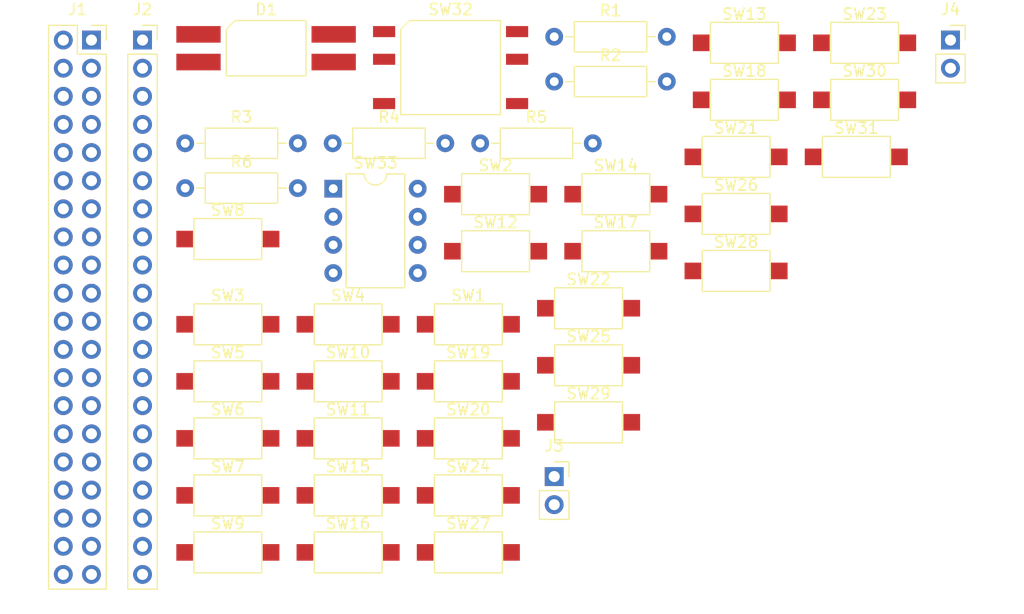
<source format=kicad_pcb>
(kicad_pcb (version 20171130) (host pcbnew "(5.1.7)-1")

  (general
    (thickness 1.6)
    (drawings 0)
    (tracks 0)
    (zones 0)
    (modules 44)
    (nets 64)
  )

  (page A4)
  (layers
    (0 F.Cu signal)
    (31 B.Cu signal)
    (32 B.Adhes user)
    (33 F.Adhes user)
    (34 B.Paste user)
    (35 F.Paste user)
    (36 B.SilkS user)
    (37 F.SilkS user)
    (38 B.Mask user)
    (39 F.Mask user)
    (40 Dwgs.User user)
    (41 Cmts.User user)
    (42 Eco1.User user)
    (43 Eco2.User user)
    (44 Edge.Cuts user)
    (45 Margin user)
    (46 B.CrtYd user)
    (47 F.CrtYd user)
    (48 B.Fab user)
    (49 F.Fab user)
  )

  (setup
    (last_trace_width 0.25)
    (trace_clearance 0.2)
    (zone_clearance 0.508)
    (zone_45_only no)
    (trace_min 0.2)
    (via_size 0.8)
    (via_drill 0.4)
    (via_min_size 0.4)
    (via_min_drill 0.3)
    (uvia_size 0.3)
    (uvia_drill 0.1)
    (uvias_allowed no)
    (uvia_min_size 0.2)
    (uvia_min_drill 0.1)
    (edge_width 0.05)
    (segment_width 0.2)
    (pcb_text_width 0.3)
    (pcb_text_size 1.5 1.5)
    (mod_edge_width 0.12)
    (mod_text_size 1 1)
    (mod_text_width 0.15)
    (pad_size 1.524 1.524)
    (pad_drill 0.762)
    (pad_to_mask_clearance 0)
    (aux_axis_origin 0 0)
    (visible_elements FFFFFF7F)
    (pcbplotparams
      (layerselection 0x010fc_ffffffff)
      (usegerberextensions false)
      (usegerberattributes true)
      (usegerberadvancedattributes true)
      (creategerberjobfile true)
      (excludeedgelayer true)
      (linewidth 0.100000)
      (plotframeref false)
      (viasonmask false)
      (mode 1)
      (useauxorigin false)
      (hpglpennumber 1)
      (hpglpenspeed 20)
      (hpglpendiameter 15.000000)
      (psnegative false)
      (psa4output false)
      (plotreference true)
      (plotvalue true)
      (plotinvisibletext false)
      (padsonsilk false)
      (subtractmaskfromsilk false)
      (outputformat 1)
      (mirror false)
      (drillshape 1)
      (scaleselection 1)
      (outputdirectory ""))
  )

  (net 0 "")
  (net 1 +5V)
  (net 2 "Net-(D1-Pad1)")
  (net 3 "Net-(D1-Pad3)")
  (net 4 "Net-(D1-Pad2)")
  (net 5 "Net-(J1-Pad1)")
  (net 6 Key_Column_1)
  (net 7 "Net-(J1-Pad4)")
  (net 8 Key_Column_2)
  (net 9 GND)
  (net 10 Key_Column_3)
  (net 11 "Net-(J1-Pad8)")
  (net 12 "Net-(J1-Pad9)")
  (net 13 "Net-(J1-Pad10)")
  (net 14 Key_Column_4)
  (net 15 "Net-(J1-Pad12)")
  (net 16 Key_Column_5)
  (net 17 "Net-(J1-Pad14)")
  (net 18 Key_Row_Left_1)
  (net 19 LCD_SID)
  (net 20 "Net-(J1-Pad17)")
  (net 21 LCD_SCLK)
  (net 22 Key_Row_Left_2)
  (net 23 "Net-(J1-Pad20)")
  (net 24 Key_Row_Left_3)
  (net 25 "Net-(J1-Pad22)")
  (net 26 Key_Row_Left_4)
  (net 27 "Net-(J1-Pad24)")
  (net 28 "Net-(J1-Pad25)")
  (net 29 "Net-(J1-Pad26)")
  (net 30 "Net-(J1-Pad27)")
  (net 31 "Net-(J1-Pad28)")
  (net 32 Key_Row_Right_1)
  (net 33 "Net-(J1-Pad30)")
  (net 34 Key_Row_Right_2)
  (net 35 "Net-(J1-Pad32)")
  (net 36 Key_Row_Right_3)
  (net 37 "Net-(J1-Pad34)")
  (net 38 Key_Row_5D)
  (net 39 "Net-(J1-Pad36)")
  (net 40 ~LED_R~)
  (net 41 ~LED_G~)
  (net 42 "Net-(J1-Pad39)")
  (net 43 ~LED_B~)
  (net 44 "Net-(J2-Pad3)")
  (net 45 "Net-(J2-Pad7)")
  (net 46 "Net-(J2-Pad8)")
  (net 47 "Net-(J2-Pad9)")
  (net 48 "Net-(J2-Pad10)")
  (net 49 "Net-(J2-Pad11)")
  (net 50 "Net-(J2-Pad12)")
  (net 51 "Net-(J2-Pad13)")
  (net 52 "Net-(J2-Pad14)")
  (net 53 "Net-(J2-Pad15)")
  (net 54 "Net-(J2-Pad16)")
  (net 55 "Net-(J2-Pad17)")
  (net 56 "Net-(J2-Pad18)")
  (net 57 "Net-(J2-Pad19)")
  (net 58 "Net-(J3-Pad1)")
  (net 59 "Net-(J3-Pad2)")
  (net 60 "Net-(J4-Pad1)")
  (net 61 LCD_BL)
  (net 62 "Net-(R5-Pad1)")
  (net 63 "Net-(R5-Pad2)")

  (net_class Default 这是默认网络类。
    (clearance 0.2)
    (trace_width 0.25)
    (via_dia 0.8)
    (via_drill 0.4)
    (uvia_dia 0.3)
    (uvia_drill 0.1)
    (add_net +5V)
    (add_net GND)
    (add_net Key_Column_1)
    (add_net Key_Column_2)
    (add_net Key_Column_3)
    (add_net Key_Column_4)
    (add_net Key_Column_5)
    (add_net Key_Row_5D)
    (add_net Key_Row_Left_1)
    (add_net Key_Row_Left_2)
    (add_net Key_Row_Left_3)
    (add_net Key_Row_Left_4)
    (add_net Key_Row_Right_1)
    (add_net Key_Row_Right_2)
    (add_net Key_Row_Right_3)
    (add_net LCD_BL)
    (add_net LCD_SCLK)
    (add_net LCD_SID)
    (add_net "Net-(D1-Pad1)")
    (add_net "Net-(D1-Pad2)")
    (add_net "Net-(D1-Pad3)")
    (add_net "Net-(J1-Pad1)")
    (add_net "Net-(J1-Pad10)")
    (add_net "Net-(J1-Pad12)")
    (add_net "Net-(J1-Pad14)")
    (add_net "Net-(J1-Pad17)")
    (add_net "Net-(J1-Pad20)")
    (add_net "Net-(J1-Pad22)")
    (add_net "Net-(J1-Pad24)")
    (add_net "Net-(J1-Pad25)")
    (add_net "Net-(J1-Pad26)")
    (add_net "Net-(J1-Pad27)")
    (add_net "Net-(J1-Pad28)")
    (add_net "Net-(J1-Pad30)")
    (add_net "Net-(J1-Pad32)")
    (add_net "Net-(J1-Pad34)")
    (add_net "Net-(J1-Pad36)")
    (add_net "Net-(J1-Pad39)")
    (add_net "Net-(J1-Pad4)")
    (add_net "Net-(J1-Pad8)")
    (add_net "Net-(J1-Pad9)")
    (add_net "Net-(J2-Pad10)")
    (add_net "Net-(J2-Pad11)")
    (add_net "Net-(J2-Pad12)")
    (add_net "Net-(J2-Pad13)")
    (add_net "Net-(J2-Pad14)")
    (add_net "Net-(J2-Pad15)")
    (add_net "Net-(J2-Pad16)")
    (add_net "Net-(J2-Pad17)")
    (add_net "Net-(J2-Pad18)")
    (add_net "Net-(J2-Pad19)")
    (add_net "Net-(J2-Pad3)")
    (add_net "Net-(J2-Pad7)")
    (add_net "Net-(J2-Pad8)")
    (add_net "Net-(J2-Pad9)")
    (add_net "Net-(J3-Pad1)")
    (add_net "Net-(J3-Pad2)")
    (add_net "Net-(J4-Pad1)")
    (add_net "Net-(R5-Pad1)")
    (add_net "Net-(R5-Pad2)")
    (add_net ~LED_B~)
    (add_net ~LED_G~)
    (add_net ~LED_R~)
  )

  (module LED_SMD:LED_RGB_P4mm (layer F.Cu) (tedit 5FC264CE) (tstamp 5FDB67C7)
    (at 70.475001 42.810001)
    (path /5FEFC92E)
    (attr smd)
    (fp_text reference D1 (at 0 -3.5) (layer F.SilkS)
      (effects (font (size 1 1) (thickness 0.15)))
    )
    (fp_text value LED_RGBA (at 0 0 270) (layer F.Fab)
      (effects (font (size 1 1) (thickness 0.15)))
    )
    (fp_line (start -8.35 -2.25) (end 8.35 -2.25) (layer F.CrtYd) (width 0.05))
    (fp_line (start 8.35 -2.25) (end 8.35 2.25) (layer F.CrtYd) (width 0.05))
    (fp_line (start 8.35 2.25) (end -8.35 2.25) (layer F.CrtYd) (width 0.05))
    (fp_line (start -8.35 2.25) (end -8.35 -2.25) (layer F.CrtYd) (width 0.05))
    (fp_line (start -3.6 2.5) (end -3.6 -1.7) (layer F.SilkS) (width 0.12))
    (fp_line (start 3.6 2.5) (end -3.6 2.5) (layer F.SilkS) (width 0.12))
    (fp_line (start 3.6 -2.5) (end 3.6 2.5) (layer F.SilkS) (width 0.12))
    (fp_line (start -2.8 -2.5) (end 3.6 -2.5) (layer F.SilkS) (width 0.12))
    (fp_line (start -3.6 -1.7) (end -2.8 -2.5) (layer F.SilkS) (width 0.12))
    (pad 4 smd rect (at 6.1 -1.25 270) (size 1.5 4) (layers F.Cu F.Paste F.Mask)
      (net 1 +5V))
    (pad 1 smd rect (at -6.1 -1.25 270) (size 1.5 4) (layers F.Cu F.Paste F.Mask)
      (net 2 "Net-(D1-Pad1)"))
    (pad 3 smd rect (at 6.1 1.25 270) (size 1.5 4) (layers F.Cu F.Paste F.Mask)
      (net 3 "Net-(D1-Pad3)"))
    (pad 2 smd rect (at -6.1 1.25 270) (size 1.5 4) (layers F.Cu F.Paste F.Mask)
      (net 4 "Net-(D1-Pad2)"))
  )

  (module Connector_PinSocket_2.54mm:PinSocket_2x20_P2.54mm_Vertical (layer F.Cu) (tedit 5A19A433) (tstamp 5FDB6805)
    (at 54.715001 42.075001)
    (descr "Through hole straight socket strip, 2x20, 2.54mm pitch, double cols (from Kicad 4.0.7), script generated")
    (tags "Through hole socket strip THT 2x20 2.54mm double row")
    (path /5FBECF19)
    (fp_text reference J1 (at -1.27 -2.77) (layer F.SilkS)
      (effects (font (size 1 1) (thickness 0.15)))
    )
    (fp_text value Raspberry_Pi_Zero (at -1.27 51.03) (layer F.Fab)
      (effects (font (size 1 1) (thickness 0.15)))
    )
    (fp_line (start -4.34 50) (end -4.34 -1.8) (layer F.CrtYd) (width 0.05))
    (fp_line (start 1.76 50) (end -4.34 50) (layer F.CrtYd) (width 0.05))
    (fp_line (start 1.76 -1.8) (end 1.76 50) (layer F.CrtYd) (width 0.05))
    (fp_line (start -4.34 -1.8) (end 1.76 -1.8) (layer F.CrtYd) (width 0.05))
    (fp_line (start 0 -1.33) (end 1.33 -1.33) (layer F.SilkS) (width 0.12))
    (fp_line (start 1.33 -1.33) (end 1.33 0) (layer F.SilkS) (width 0.12))
    (fp_line (start -1.27 -1.33) (end -1.27 1.27) (layer F.SilkS) (width 0.12))
    (fp_line (start -1.27 1.27) (end 1.33 1.27) (layer F.SilkS) (width 0.12))
    (fp_line (start 1.33 1.27) (end 1.33 49.59) (layer F.SilkS) (width 0.12))
    (fp_line (start -3.87 49.59) (end 1.33 49.59) (layer F.SilkS) (width 0.12))
    (fp_line (start -3.87 -1.33) (end -3.87 49.59) (layer F.SilkS) (width 0.12))
    (fp_line (start -3.87 -1.33) (end -1.27 -1.33) (layer F.SilkS) (width 0.12))
    (fp_line (start -3.81 49.53) (end -3.81 -1.27) (layer F.Fab) (width 0.1))
    (fp_line (start 1.27 49.53) (end -3.81 49.53) (layer F.Fab) (width 0.1))
    (fp_line (start 1.27 -0.27) (end 1.27 49.53) (layer F.Fab) (width 0.1))
    (fp_line (start 0.27 -1.27) (end 1.27 -0.27) (layer F.Fab) (width 0.1))
    (fp_line (start -3.81 -1.27) (end 0.27 -1.27) (layer F.Fab) (width 0.1))
    (fp_text user %R (at -1.27 24.13 90) (layer F.Fab)
      (effects (font (size 1 1) (thickness 0.15)))
    )
    (pad 1 thru_hole rect (at 0 0) (size 1.7 1.7) (drill 1) (layers *.Cu *.Mask)
      (net 5 "Net-(J1-Pad1)"))
    (pad 2 thru_hole oval (at -2.54 0) (size 1.7 1.7) (drill 1) (layers *.Cu *.Mask)
      (net 1 +5V))
    (pad 3 thru_hole oval (at 0 2.54) (size 1.7 1.7) (drill 1) (layers *.Cu *.Mask)
      (net 6 Key_Column_1))
    (pad 4 thru_hole oval (at -2.54 2.54) (size 1.7 1.7) (drill 1) (layers *.Cu *.Mask)
      (net 7 "Net-(J1-Pad4)"))
    (pad 5 thru_hole oval (at 0 5.08) (size 1.7 1.7) (drill 1) (layers *.Cu *.Mask)
      (net 8 Key_Column_2))
    (pad 6 thru_hole oval (at -2.54 5.08) (size 1.7 1.7) (drill 1) (layers *.Cu *.Mask)
      (net 9 GND))
    (pad 7 thru_hole oval (at 0 7.62) (size 1.7 1.7) (drill 1) (layers *.Cu *.Mask)
      (net 10 Key_Column_3))
    (pad 8 thru_hole oval (at -2.54 7.62) (size 1.7 1.7) (drill 1) (layers *.Cu *.Mask)
      (net 11 "Net-(J1-Pad8)"))
    (pad 9 thru_hole oval (at 0 10.16) (size 1.7 1.7) (drill 1) (layers *.Cu *.Mask)
      (net 12 "Net-(J1-Pad9)"))
    (pad 10 thru_hole oval (at -2.54 10.16) (size 1.7 1.7) (drill 1) (layers *.Cu *.Mask)
      (net 13 "Net-(J1-Pad10)"))
    (pad 11 thru_hole oval (at 0 12.7) (size 1.7 1.7) (drill 1) (layers *.Cu *.Mask)
      (net 14 Key_Column_4))
    (pad 12 thru_hole oval (at -2.54 12.7) (size 1.7 1.7) (drill 1) (layers *.Cu *.Mask)
      (net 15 "Net-(J1-Pad12)"))
    (pad 13 thru_hole oval (at 0 15.24) (size 1.7 1.7) (drill 1) (layers *.Cu *.Mask)
      (net 16 Key_Column_5))
    (pad 14 thru_hole oval (at -2.54 15.24) (size 1.7 1.7) (drill 1) (layers *.Cu *.Mask)
      (net 17 "Net-(J1-Pad14)"))
    (pad 15 thru_hole oval (at 0 17.78) (size 1.7 1.7) (drill 1) (layers *.Cu *.Mask)
      (net 18 Key_Row_Left_1))
    (pad 16 thru_hole oval (at -2.54 17.78) (size 1.7 1.7) (drill 1) (layers *.Cu *.Mask)
      (net 19 LCD_SID))
    (pad 17 thru_hole oval (at 0 20.32) (size 1.7 1.7) (drill 1) (layers *.Cu *.Mask)
      (net 20 "Net-(J1-Pad17)"))
    (pad 18 thru_hole oval (at -2.54 20.32) (size 1.7 1.7) (drill 1) (layers *.Cu *.Mask)
      (net 21 LCD_SCLK))
    (pad 19 thru_hole oval (at 0 22.86) (size 1.7 1.7) (drill 1) (layers *.Cu *.Mask)
      (net 22 Key_Row_Left_2))
    (pad 20 thru_hole oval (at -2.54 22.86) (size 1.7 1.7) (drill 1) (layers *.Cu *.Mask)
      (net 23 "Net-(J1-Pad20)"))
    (pad 21 thru_hole oval (at 0 25.4) (size 1.7 1.7) (drill 1) (layers *.Cu *.Mask)
      (net 24 Key_Row_Left_3))
    (pad 22 thru_hole oval (at -2.54 25.4) (size 1.7 1.7) (drill 1) (layers *.Cu *.Mask)
      (net 25 "Net-(J1-Pad22)"))
    (pad 23 thru_hole oval (at 0 27.94) (size 1.7 1.7) (drill 1) (layers *.Cu *.Mask)
      (net 26 Key_Row_Left_4))
    (pad 24 thru_hole oval (at -2.54 27.94) (size 1.7 1.7) (drill 1) (layers *.Cu *.Mask)
      (net 27 "Net-(J1-Pad24)"))
    (pad 25 thru_hole oval (at 0 30.48) (size 1.7 1.7) (drill 1) (layers *.Cu *.Mask)
      (net 28 "Net-(J1-Pad25)"))
    (pad 26 thru_hole oval (at -2.54 30.48) (size 1.7 1.7) (drill 1) (layers *.Cu *.Mask)
      (net 29 "Net-(J1-Pad26)"))
    (pad 27 thru_hole oval (at 0 33.02) (size 1.7 1.7) (drill 1) (layers *.Cu *.Mask)
      (net 30 "Net-(J1-Pad27)"))
    (pad 28 thru_hole oval (at -2.54 33.02) (size 1.7 1.7) (drill 1) (layers *.Cu *.Mask)
      (net 31 "Net-(J1-Pad28)"))
    (pad 29 thru_hole oval (at 0 35.56) (size 1.7 1.7) (drill 1) (layers *.Cu *.Mask)
      (net 32 Key_Row_Right_1))
    (pad 30 thru_hole oval (at -2.54 35.56) (size 1.7 1.7) (drill 1) (layers *.Cu *.Mask)
      (net 33 "Net-(J1-Pad30)"))
    (pad 31 thru_hole oval (at 0 38.1) (size 1.7 1.7) (drill 1) (layers *.Cu *.Mask)
      (net 34 Key_Row_Right_2))
    (pad 32 thru_hole oval (at -2.54 38.1) (size 1.7 1.7) (drill 1) (layers *.Cu *.Mask)
      (net 35 "Net-(J1-Pad32)"))
    (pad 33 thru_hole oval (at 0 40.64) (size 1.7 1.7) (drill 1) (layers *.Cu *.Mask)
      (net 36 Key_Row_Right_3))
    (pad 34 thru_hole oval (at -2.54 40.64) (size 1.7 1.7) (drill 1) (layers *.Cu *.Mask)
      (net 37 "Net-(J1-Pad34)"))
    (pad 35 thru_hole oval (at 0 43.18) (size 1.7 1.7) (drill 1) (layers *.Cu *.Mask)
      (net 38 Key_Row_5D))
    (pad 36 thru_hole oval (at -2.54 43.18) (size 1.7 1.7) (drill 1) (layers *.Cu *.Mask)
      (net 39 "Net-(J1-Pad36)"))
    (pad 37 thru_hole oval (at 0 45.72) (size 1.7 1.7) (drill 1) (layers *.Cu *.Mask)
      (net 40 ~LED_R~))
    (pad 38 thru_hole oval (at -2.54 45.72) (size 1.7 1.7) (drill 1) (layers *.Cu *.Mask)
      (net 41 ~LED_G~))
    (pad 39 thru_hole oval (at 0 48.26) (size 1.7 1.7) (drill 1) (layers *.Cu *.Mask)
      (net 42 "Net-(J1-Pad39)"))
    (pad 40 thru_hole oval (at -2.54 48.26) (size 1.7 1.7) (drill 1) (layers *.Cu *.Mask)
      (net 43 ~LED_B~))
    (model ${KISYS3DMOD}/Connector_PinSocket_2.54mm.3dshapes/PinSocket_2x20_P2.54mm_Vertical.wrl
      (at (xyz 0 0 0))
      (scale (xyz 1 1 1))
      (rotate (xyz 0 0 0))
    )
  )

  (module Connector_PinSocket_2.54mm:PinSocket_1x20_P2.54mm_Vertical (layer F.Cu) (tedit 5A19A41E) (tstamp 5FDB682D)
    (at 59.325001 42.075001)
    (descr "Through hole straight socket strip, 1x20, 2.54mm pitch, single row (from Kicad 4.0.7), script generated")
    (tags "Through hole socket strip THT 1x20 2.54mm single row")
    (path /5FA8A66E)
    (fp_text reference J2 (at 0 -2.77) (layer F.SilkS)
      (effects (font (size 1 1) (thickness 0.15)))
    )
    (fp_text value LCD12864 (at 0 51.03) (layer F.Fab)
      (effects (font (size 1 1) (thickness 0.15)))
    )
    (fp_line (start -1.8 50) (end -1.8 -1.8) (layer F.CrtYd) (width 0.05))
    (fp_line (start 1.75 50) (end -1.8 50) (layer F.CrtYd) (width 0.05))
    (fp_line (start 1.75 -1.8) (end 1.75 50) (layer F.CrtYd) (width 0.05))
    (fp_line (start -1.8 -1.8) (end 1.75 -1.8) (layer F.CrtYd) (width 0.05))
    (fp_line (start 0 -1.33) (end 1.33 -1.33) (layer F.SilkS) (width 0.12))
    (fp_line (start 1.33 -1.33) (end 1.33 0) (layer F.SilkS) (width 0.12))
    (fp_line (start 1.33 1.27) (end 1.33 49.59) (layer F.SilkS) (width 0.12))
    (fp_line (start -1.33 49.59) (end 1.33 49.59) (layer F.SilkS) (width 0.12))
    (fp_line (start -1.33 1.27) (end -1.33 49.59) (layer F.SilkS) (width 0.12))
    (fp_line (start -1.33 1.27) (end 1.33 1.27) (layer F.SilkS) (width 0.12))
    (fp_line (start -1.27 49.53) (end -1.27 -1.27) (layer F.Fab) (width 0.1))
    (fp_line (start 1.27 49.53) (end -1.27 49.53) (layer F.Fab) (width 0.1))
    (fp_line (start 1.27 -0.635) (end 1.27 49.53) (layer F.Fab) (width 0.1))
    (fp_line (start 0.635 -1.27) (end 1.27 -0.635) (layer F.Fab) (width 0.1))
    (fp_line (start -1.27 -1.27) (end 0.635 -1.27) (layer F.Fab) (width 0.1))
    (fp_text user %R (at 0 24.13 90) (layer F.Fab)
      (effects (font (size 1 1) (thickness 0.15)))
    )
    (pad 1 thru_hole rect (at 0 0) (size 1.7 1.7) (drill 1) (layers *.Cu *.Mask)
      (net 9 GND))
    (pad 2 thru_hole oval (at 0 2.54) (size 1.7 1.7) (drill 1) (layers *.Cu *.Mask)
      (net 1 +5V))
    (pad 3 thru_hole oval (at 0 5.08) (size 1.7 1.7) (drill 1) (layers *.Cu *.Mask)
      (net 44 "Net-(J2-Pad3)"))
    (pad 4 thru_hole oval (at 0 7.62) (size 1.7 1.7) (drill 1) (layers *.Cu *.Mask)
      (net 1 +5V))
    (pad 5 thru_hole oval (at 0 10.16) (size 1.7 1.7) (drill 1) (layers *.Cu *.Mask)
      (net 19 LCD_SID))
    (pad 6 thru_hole oval (at 0 12.7) (size 1.7 1.7) (drill 1) (layers *.Cu *.Mask)
      (net 21 LCD_SCLK))
    (pad 7 thru_hole oval (at 0 15.24) (size 1.7 1.7) (drill 1) (layers *.Cu *.Mask)
      (net 45 "Net-(J2-Pad7)"))
    (pad 8 thru_hole oval (at 0 17.78) (size 1.7 1.7) (drill 1) (layers *.Cu *.Mask)
      (net 46 "Net-(J2-Pad8)"))
    (pad 9 thru_hole oval (at 0 20.32) (size 1.7 1.7) (drill 1) (layers *.Cu *.Mask)
      (net 47 "Net-(J2-Pad9)"))
    (pad 10 thru_hole oval (at 0 22.86) (size 1.7 1.7) (drill 1) (layers *.Cu *.Mask)
      (net 48 "Net-(J2-Pad10)"))
    (pad 11 thru_hole oval (at 0 25.4) (size 1.7 1.7) (drill 1) (layers *.Cu *.Mask)
      (net 49 "Net-(J2-Pad11)"))
    (pad 12 thru_hole oval (at 0 27.94) (size 1.7 1.7) (drill 1) (layers *.Cu *.Mask)
      (net 50 "Net-(J2-Pad12)"))
    (pad 13 thru_hole oval (at 0 30.48) (size 1.7 1.7) (drill 1) (layers *.Cu *.Mask)
      (net 51 "Net-(J2-Pad13)"))
    (pad 14 thru_hole oval (at 0 33.02) (size 1.7 1.7) (drill 1) (layers *.Cu *.Mask)
      (net 52 "Net-(J2-Pad14)"))
    (pad 15 thru_hole oval (at 0 35.56) (size 1.7 1.7) (drill 1) (layers *.Cu *.Mask)
      (net 53 "Net-(J2-Pad15)"))
    (pad 16 thru_hole oval (at 0 38.1) (size 1.7 1.7) (drill 1) (layers *.Cu *.Mask)
      (net 54 "Net-(J2-Pad16)"))
    (pad 17 thru_hole oval (at 0 40.64) (size 1.7 1.7) (drill 1) (layers *.Cu *.Mask)
      (net 55 "Net-(J2-Pad17)"))
    (pad 18 thru_hole oval (at 0 43.18) (size 1.7 1.7) (drill 1) (layers *.Cu *.Mask)
      (net 56 "Net-(J2-Pad18)"))
    (pad 19 thru_hole oval (at 0 45.72) (size 1.7 1.7) (drill 1) (layers *.Cu *.Mask)
      (net 57 "Net-(J2-Pad19)"))
    (pad 20 thru_hole oval (at 0 48.26) (size 1.7 1.7) (drill 1) (layers *.Cu *.Mask)
      (net 9 GND))
    (model ${KISYS3DMOD}/Connector_PinSocket_2.54mm.3dshapes/PinSocket_1x20_P2.54mm_Vertical.wrl
      (at (xyz 0 0 0))
      (scale (xyz 1 1 1))
      (rotate (xyz 0 0 0))
    )
  )

  (module Connector_PinSocket_2.54mm:PinSocket_1x02_P2.54mm_Vertical (layer F.Cu) (tedit 5A19A420) (tstamp 5FDB6843)
    (at 96.475001 81.495001)
    (descr "Through hole straight socket strip, 1x02, 2.54mm pitch, single row (from Kicad 4.0.7), script generated")
    (tags "Through hole socket strip THT 1x02 2.54mm single row")
    (path /5FFCBDA1)
    (fp_text reference J3 (at 0 -2.77) (layer F.SilkS)
      (effects (font (size 1 1) (thickness 0.15)))
    )
    (fp_text value Conn_Battery_In (at 0 5.31) (layer F.Fab)
      (effects (font (size 1 1) (thickness 0.15)))
    )
    (fp_line (start -1.8 4.3) (end -1.8 -1.8) (layer F.CrtYd) (width 0.05))
    (fp_line (start 1.75 4.3) (end -1.8 4.3) (layer F.CrtYd) (width 0.05))
    (fp_line (start 1.75 -1.8) (end 1.75 4.3) (layer F.CrtYd) (width 0.05))
    (fp_line (start -1.8 -1.8) (end 1.75 -1.8) (layer F.CrtYd) (width 0.05))
    (fp_line (start 0 -1.33) (end 1.33 -1.33) (layer F.SilkS) (width 0.12))
    (fp_line (start 1.33 -1.33) (end 1.33 0) (layer F.SilkS) (width 0.12))
    (fp_line (start 1.33 1.27) (end 1.33 3.87) (layer F.SilkS) (width 0.12))
    (fp_line (start -1.33 3.87) (end 1.33 3.87) (layer F.SilkS) (width 0.12))
    (fp_line (start -1.33 1.27) (end -1.33 3.87) (layer F.SilkS) (width 0.12))
    (fp_line (start -1.33 1.27) (end 1.33 1.27) (layer F.SilkS) (width 0.12))
    (fp_line (start -1.27 3.81) (end -1.27 -1.27) (layer F.Fab) (width 0.1))
    (fp_line (start 1.27 3.81) (end -1.27 3.81) (layer F.Fab) (width 0.1))
    (fp_line (start 1.27 -0.635) (end 1.27 3.81) (layer F.Fab) (width 0.1))
    (fp_line (start 0.635 -1.27) (end 1.27 -0.635) (layer F.Fab) (width 0.1))
    (fp_line (start -1.27 -1.27) (end 0.635 -1.27) (layer F.Fab) (width 0.1))
    (fp_text user %R (at 0 1.27 90) (layer F.Fab)
      (effects (font (size 1 1) (thickness 0.15)))
    )
    (pad 1 thru_hole rect (at 0 0) (size 1.7 1.7) (drill 1) (layers *.Cu *.Mask)
      (net 58 "Net-(J3-Pad1)"))
    (pad 2 thru_hole oval (at 0 2.54) (size 1.7 1.7) (drill 1) (layers *.Cu *.Mask)
      (net 59 "Net-(J3-Pad2)"))
    (model ${KISYS3DMOD}/Connector_PinSocket_2.54mm.3dshapes/PinSocket_1x02_P2.54mm_Vertical.wrl
      (at (xyz 0 0 0))
      (scale (xyz 1 1 1))
      (rotate (xyz 0 0 0))
    )
  )

  (module Connector_PinSocket_2.54mm:PinSocket_1x02_P2.54mm_Vertical (layer F.Cu) (tedit 5A19A420) (tstamp 5FDB6859)
    (at 132.235001 42.075001)
    (descr "Through hole straight socket strip, 1x02, 2.54mm pitch, single row (from Kicad 4.0.7), script generated")
    (tags "Through hole socket strip THT 1x02 2.54mm single row")
    (path /6005C459)
    (fp_text reference J4 (at 0 -2.77) (layer F.SilkS)
      (effects (font (size 1 1) (thickness 0.15)))
    )
    (fp_text value Conn_Battery_Out (at 0 5.31) (layer F.Fab)
      (effects (font (size 1 1) (thickness 0.15)))
    )
    (fp_text user %R (at 0 1.27 90) (layer F.Fab)
      (effects (font (size 1 1) (thickness 0.15)))
    )
    (fp_line (start -1.27 -1.27) (end 0.635 -1.27) (layer F.Fab) (width 0.1))
    (fp_line (start 0.635 -1.27) (end 1.27 -0.635) (layer F.Fab) (width 0.1))
    (fp_line (start 1.27 -0.635) (end 1.27 3.81) (layer F.Fab) (width 0.1))
    (fp_line (start 1.27 3.81) (end -1.27 3.81) (layer F.Fab) (width 0.1))
    (fp_line (start -1.27 3.81) (end -1.27 -1.27) (layer F.Fab) (width 0.1))
    (fp_line (start -1.33 1.27) (end 1.33 1.27) (layer F.SilkS) (width 0.12))
    (fp_line (start -1.33 1.27) (end -1.33 3.87) (layer F.SilkS) (width 0.12))
    (fp_line (start -1.33 3.87) (end 1.33 3.87) (layer F.SilkS) (width 0.12))
    (fp_line (start 1.33 1.27) (end 1.33 3.87) (layer F.SilkS) (width 0.12))
    (fp_line (start 1.33 -1.33) (end 1.33 0) (layer F.SilkS) (width 0.12))
    (fp_line (start 0 -1.33) (end 1.33 -1.33) (layer F.SilkS) (width 0.12))
    (fp_line (start -1.8 -1.8) (end 1.75 -1.8) (layer F.CrtYd) (width 0.05))
    (fp_line (start 1.75 -1.8) (end 1.75 4.3) (layer F.CrtYd) (width 0.05))
    (fp_line (start 1.75 4.3) (end -1.8 4.3) (layer F.CrtYd) (width 0.05))
    (fp_line (start -1.8 4.3) (end -1.8 -1.8) (layer F.CrtYd) (width 0.05))
    (pad 2 thru_hole oval (at 0 2.54) (size 1.7 1.7) (drill 1) (layers *.Cu *.Mask)
      (net 59 "Net-(J3-Pad2)"))
    (pad 1 thru_hole rect (at 0 0) (size 1.7 1.7) (drill 1) (layers *.Cu *.Mask)
      (net 60 "Net-(J4-Pad1)"))
    (model ${KISYS3DMOD}/Connector_PinSocket_2.54mm.3dshapes/PinSocket_1x02_P2.54mm_Vertical.wrl
      (at (xyz 0 0 0))
      (scale (xyz 1 1 1))
      (rotate (xyz 0 0 0))
    )
  )

  (module Resistor_THT:R_Axial_DIN0207_L6.3mm_D2.5mm_P10.16mm_Horizontal (layer F.Cu) (tedit 5AE5139B) (tstamp 5FDB6870)
    (at 96.475001 41.775001)
    (descr "Resistor, Axial_DIN0207 series, Axial, Horizontal, pin pitch=10.16mm, 0.25W = 1/4W, length*diameter=6.3*2.5mm^2, http://cdn-reichelt.de/documents/datenblatt/B400/1_4W%23YAG.pdf")
    (tags "Resistor Axial_DIN0207 series Axial Horizontal pin pitch 10.16mm 0.25W = 1/4W length 6.3mm diameter 2.5mm")
    (path /5FDA456E)
    (fp_text reference R1 (at 5.08 -2.37) (layer F.SilkS)
      (effects (font (size 1 1) (thickness 0.15)))
    )
    (fp_text value 220R (at 5.08 2.37) (layer F.Fab)
      (effects (font (size 1 1) (thickness 0.15)))
    )
    (fp_line (start 11.21 -1.5) (end -1.05 -1.5) (layer F.CrtYd) (width 0.05))
    (fp_line (start 11.21 1.5) (end 11.21 -1.5) (layer F.CrtYd) (width 0.05))
    (fp_line (start -1.05 1.5) (end 11.21 1.5) (layer F.CrtYd) (width 0.05))
    (fp_line (start -1.05 -1.5) (end -1.05 1.5) (layer F.CrtYd) (width 0.05))
    (fp_line (start 9.12 0) (end 8.35 0) (layer F.SilkS) (width 0.12))
    (fp_line (start 1.04 0) (end 1.81 0) (layer F.SilkS) (width 0.12))
    (fp_line (start 8.35 -1.37) (end 1.81 -1.37) (layer F.SilkS) (width 0.12))
    (fp_line (start 8.35 1.37) (end 8.35 -1.37) (layer F.SilkS) (width 0.12))
    (fp_line (start 1.81 1.37) (end 8.35 1.37) (layer F.SilkS) (width 0.12))
    (fp_line (start 1.81 -1.37) (end 1.81 1.37) (layer F.SilkS) (width 0.12))
    (fp_line (start 10.16 0) (end 8.23 0) (layer F.Fab) (width 0.1))
    (fp_line (start 0 0) (end 1.93 0) (layer F.Fab) (width 0.1))
    (fp_line (start 8.23 -1.25) (end 1.93 -1.25) (layer F.Fab) (width 0.1))
    (fp_line (start 8.23 1.25) (end 8.23 -1.25) (layer F.Fab) (width 0.1))
    (fp_line (start 1.93 1.25) (end 8.23 1.25) (layer F.Fab) (width 0.1))
    (fp_line (start 1.93 -1.25) (end 1.93 1.25) (layer F.Fab) (width 0.1))
    (fp_text user %R (at 5.08 0) (layer F.Fab)
      (effects (font (size 1 1) (thickness 0.15)))
    )
    (pad 1 thru_hole circle (at 0 0) (size 1.6 1.6) (drill 0.8) (layers *.Cu *.Mask)
      (net 2 "Net-(D1-Pad1)"))
    (pad 2 thru_hole oval (at 10.16 0) (size 1.6 1.6) (drill 0.8) (layers *.Cu *.Mask)
      (net 40 ~LED_R~))
    (model ${KISYS3DMOD}/Resistor_THT.3dshapes/R_Axial_DIN0207_L6.3mm_D2.5mm_P10.16mm_Horizontal.wrl
      (at (xyz 0 0 0))
      (scale (xyz 1 1 1))
      (rotate (xyz 0 0 0))
    )
  )

  (module Resistor_THT:R_Axial_DIN0207_L6.3mm_D2.5mm_P10.16mm_Horizontal (layer F.Cu) (tedit 5AE5139B) (tstamp 5FDB6887)
    (at 96.475001 45.825001)
    (descr "Resistor, Axial_DIN0207 series, Axial, Horizontal, pin pitch=10.16mm, 0.25W = 1/4W, length*diameter=6.3*2.5mm^2, http://cdn-reichelt.de/documents/datenblatt/B400/1_4W%23YAG.pdf")
    (tags "Resistor Axial_DIN0207 series Axial Horizontal pin pitch 10.16mm 0.25W = 1/4W length 6.3mm diameter 2.5mm")
    (path /5FDA3D2B)
    (fp_text reference R2 (at 5.08 -2.37) (layer F.SilkS)
      (effects (font (size 1 1) (thickness 0.15)))
    )
    (fp_text value 220R (at 5.08 2.37) (layer F.Fab)
      (effects (font (size 1 1) (thickness 0.15)))
    )
    (fp_text user %R (at 5.08 0) (layer F.Fab)
      (effects (font (size 1 1) (thickness 0.15)))
    )
    (fp_line (start 1.93 -1.25) (end 1.93 1.25) (layer F.Fab) (width 0.1))
    (fp_line (start 1.93 1.25) (end 8.23 1.25) (layer F.Fab) (width 0.1))
    (fp_line (start 8.23 1.25) (end 8.23 -1.25) (layer F.Fab) (width 0.1))
    (fp_line (start 8.23 -1.25) (end 1.93 -1.25) (layer F.Fab) (width 0.1))
    (fp_line (start 0 0) (end 1.93 0) (layer F.Fab) (width 0.1))
    (fp_line (start 10.16 0) (end 8.23 0) (layer F.Fab) (width 0.1))
    (fp_line (start 1.81 -1.37) (end 1.81 1.37) (layer F.SilkS) (width 0.12))
    (fp_line (start 1.81 1.37) (end 8.35 1.37) (layer F.SilkS) (width 0.12))
    (fp_line (start 8.35 1.37) (end 8.35 -1.37) (layer F.SilkS) (width 0.12))
    (fp_line (start 8.35 -1.37) (end 1.81 -1.37) (layer F.SilkS) (width 0.12))
    (fp_line (start 1.04 0) (end 1.81 0) (layer F.SilkS) (width 0.12))
    (fp_line (start 9.12 0) (end 8.35 0) (layer F.SilkS) (width 0.12))
    (fp_line (start -1.05 -1.5) (end -1.05 1.5) (layer F.CrtYd) (width 0.05))
    (fp_line (start -1.05 1.5) (end 11.21 1.5) (layer F.CrtYd) (width 0.05))
    (fp_line (start 11.21 1.5) (end 11.21 -1.5) (layer F.CrtYd) (width 0.05))
    (fp_line (start 11.21 -1.5) (end -1.05 -1.5) (layer F.CrtYd) (width 0.05))
    (pad 2 thru_hole oval (at 10.16 0) (size 1.6 1.6) (drill 0.8) (layers *.Cu *.Mask)
      (net 41 ~LED_G~))
    (pad 1 thru_hole circle (at 0 0) (size 1.6 1.6) (drill 0.8) (layers *.Cu *.Mask)
      (net 4 "Net-(D1-Pad2)"))
    (model ${KISYS3DMOD}/Resistor_THT.3dshapes/R_Axial_DIN0207_L6.3mm_D2.5mm_P10.16mm_Horizontal.wrl
      (at (xyz 0 0 0))
      (scale (xyz 1 1 1))
      (rotate (xyz 0 0 0))
    )
  )

  (module Resistor_THT:R_Axial_DIN0207_L6.3mm_D2.5mm_P10.16mm_Horizontal (layer F.Cu) (tedit 5AE5139B) (tstamp 5FDB689E)
    (at 63.175001 51.395001)
    (descr "Resistor, Axial_DIN0207 series, Axial, Horizontal, pin pitch=10.16mm, 0.25W = 1/4W, length*diameter=6.3*2.5mm^2, http://cdn-reichelt.de/documents/datenblatt/B400/1_4W%23YAG.pdf")
    (tags "Resistor Axial_DIN0207 series Axial Horizontal pin pitch 10.16mm 0.25W = 1/4W length 6.3mm diameter 2.5mm")
    (path /5FDA46F0)
    (fp_text reference R3 (at 5.08 -2.37) (layer F.SilkS)
      (effects (font (size 1 1) (thickness 0.15)))
    )
    (fp_text value 220R (at 5.08 2.37) (layer F.Fab)
      (effects (font (size 1 1) (thickness 0.15)))
    )
    (fp_text user %R (at 5.08 0) (layer F.Fab)
      (effects (font (size 1 1) (thickness 0.15)))
    )
    (fp_line (start 1.93 -1.25) (end 1.93 1.25) (layer F.Fab) (width 0.1))
    (fp_line (start 1.93 1.25) (end 8.23 1.25) (layer F.Fab) (width 0.1))
    (fp_line (start 8.23 1.25) (end 8.23 -1.25) (layer F.Fab) (width 0.1))
    (fp_line (start 8.23 -1.25) (end 1.93 -1.25) (layer F.Fab) (width 0.1))
    (fp_line (start 0 0) (end 1.93 0) (layer F.Fab) (width 0.1))
    (fp_line (start 10.16 0) (end 8.23 0) (layer F.Fab) (width 0.1))
    (fp_line (start 1.81 -1.37) (end 1.81 1.37) (layer F.SilkS) (width 0.12))
    (fp_line (start 1.81 1.37) (end 8.35 1.37) (layer F.SilkS) (width 0.12))
    (fp_line (start 8.35 1.37) (end 8.35 -1.37) (layer F.SilkS) (width 0.12))
    (fp_line (start 8.35 -1.37) (end 1.81 -1.37) (layer F.SilkS) (width 0.12))
    (fp_line (start 1.04 0) (end 1.81 0) (layer F.SilkS) (width 0.12))
    (fp_line (start 9.12 0) (end 8.35 0) (layer F.SilkS) (width 0.12))
    (fp_line (start -1.05 -1.5) (end -1.05 1.5) (layer F.CrtYd) (width 0.05))
    (fp_line (start -1.05 1.5) (end 11.21 1.5) (layer F.CrtYd) (width 0.05))
    (fp_line (start 11.21 1.5) (end 11.21 -1.5) (layer F.CrtYd) (width 0.05))
    (fp_line (start 11.21 -1.5) (end -1.05 -1.5) (layer F.CrtYd) (width 0.05))
    (pad 2 thru_hole oval (at 10.16 0) (size 1.6 1.6) (drill 0.8) (layers *.Cu *.Mask)
      (net 43 ~LED_B~))
    (pad 1 thru_hole circle (at 0 0) (size 1.6 1.6) (drill 0.8) (layers *.Cu *.Mask)
      (net 3 "Net-(D1-Pad3)"))
    (model ${KISYS3DMOD}/Resistor_THT.3dshapes/R_Axial_DIN0207_L6.3mm_D2.5mm_P10.16mm_Horizontal.wrl
      (at (xyz 0 0 0))
      (scale (xyz 1 1 1))
      (rotate (xyz 0 0 0))
    )
  )

  (module Resistor_THT:R_Axial_DIN0207_L6.3mm_D2.5mm_P10.16mm_Horizontal (layer F.Cu) (tedit 5AE5139B) (tstamp 5FDB68B5)
    (at 76.485001 51.395001)
    (descr "Resistor, Axial_DIN0207 series, Axial, Horizontal, pin pitch=10.16mm, 0.25W = 1/4W, length*diameter=6.3*2.5mm^2, http://cdn-reichelt.de/documents/datenblatt/B400/1_4W%23YAG.pdf")
    (tags "Resistor Axial_DIN0207 series Axial Horizontal pin pitch 10.16mm 0.25W = 1/4W length 6.3mm diameter 2.5mm")
    (path /5FED337D)
    (fp_text reference R4 (at 5.08 -2.37) (layer F.SilkS)
      (effects (font (size 1 1) (thickness 0.15)))
    )
    (fp_text value 220R (at 5.08 2.37) (layer F.Fab)
      (effects (font (size 1 1) (thickness 0.15)))
    )
    (fp_line (start 11.21 -1.5) (end -1.05 -1.5) (layer F.CrtYd) (width 0.05))
    (fp_line (start 11.21 1.5) (end 11.21 -1.5) (layer F.CrtYd) (width 0.05))
    (fp_line (start -1.05 1.5) (end 11.21 1.5) (layer F.CrtYd) (width 0.05))
    (fp_line (start -1.05 -1.5) (end -1.05 1.5) (layer F.CrtYd) (width 0.05))
    (fp_line (start 9.12 0) (end 8.35 0) (layer F.SilkS) (width 0.12))
    (fp_line (start 1.04 0) (end 1.81 0) (layer F.SilkS) (width 0.12))
    (fp_line (start 8.35 -1.37) (end 1.81 -1.37) (layer F.SilkS) (width 0.12))
    (fp_line (start 8.35 1.37) (end 8.35 -1.37) (layer F.SilkS) (width 0.12))
    (fp_line (start 1.81 1.37) (end 8.35 1.37) (layer F.SilkS) (width 0.12))
    (fp_line (start 1.81 -1.37) (end 1.81 1.37) (layer F.SilkS) (width 0.12))
    (fp_line (start 10.16 0) (end 8.23 0) (layer F.Fab) (width 0.1))
    (fp_line (start 0 0) (end 1.93 0) (layer F.Fab) (width 0.1))
    (fp_line (start 8.23 -1.25) (end 1.93 -1.25) (layer F.Fab) (width 0.1))
    (fp_line (start 8.23 1.25) (end 8.23 -1.25) (layer F.Fab) (width 0.1))
    (fp_line (start 1.93 1.25) (end 8.23 1.25) (layer F.Fab) (width 0.1))
    (fp_line (start 1.93 -1.25) (end 1.93 1.25) (layer F.Fab) (width 0.1))
    (fp_text user %R (at 5.08 0) (layer F.Fab)
      (effects (font (size 1 1) (thickness 0.15)))
    )
    (pad 1 thru_hole circle (at 0 0) (size 1.6 1.6) (drill 0.8) (layers *.Cu *.Mask)
      (net 61 LCD_BL))
    (pad 2 thru_hole oval (at 10.16 0) (size 1.6 1.6) (drill 0.8) (layers *.Cu *.Mask)
      (net 57 "Net-(J2-Pad19)"))
    (model ${KISYS3DMOD}/Resistor_THT.3dshapes/R_Axial_DIN0207_L6.3mm_D2.5mm_P10.16mm_Horizontal.wrl
      (at (xyz 0 0 0))
      (scale (xyz 1 1 1))
      (rotate (xyz 0 0 0))
    )
  )

  (module Resistor_THT:R_Axial_DIN0207_L6.3mm_D2.5mm_P10.16mm_Horizontal (layer F.Cu) (tedit 5AE5139B) (tstamp 5FDB68CC)
    (at 89.795001 51.395001)
    (descr "Resistor, Axial_DIN0207 series, Axial, Horizontal, pin pitch=10.16mm, 0.25W = 1/4W, length*diameter=6.3*2.5mm^2, http://cdn-reichelt.de/documents/datenblatt/B400/1_4W%23YAG.pdf")
    (tags "Resistor Axial_DIN0207 series Axial Horizontal pin pitch 10.16mm 0.25W = 1/4W length 6.3mm diameter 2.5mm")
    (path /5FE3B4B7)
    (fp_text reference R5 (at 5.08 -2.37) (layer F.SilkS)
      (effects (font (size 1 1) (thickness 0.15)))
    )
    (fp_text value 470R (at 5.08 2.37) (layer F.Fab)
      (effects (font (size 1 1) (thickness 0.15)))
    )
    (fp_line (start 11.21 -1.5) (end -1.05 -1.5) (layer F.CrtYd) (width 0.05))
    (fp_line (start 11.21 1.5) (end 11.21 -1.5) (layer F.CrtYd) (width 0.05))
    (fp_line (start -1.05 1.5) (end 11.21 1.5) (layer F.CrtYd) (width 0.05))
    (fp_line (start -1.05 -1.5) (end -1.05 1.5) (layer F.CrtYd) (width 0.05))
    (fp_line (start 9.12 0) (end 8.35 0) (layer F.SilkS) (width 0.12))
    (fp_line (start 1.04 0) (end 1.81 0) (layer F.SilkS) (width 0.12))
    (fp_line (start 8.35 -1.37) (end 1.81 -1.37) (layer F.SilkS) (width 0.12))
    (fp_line (start 8.35 1.37) (end 8.35 -1.37) (layer F.SilkS) (width 0.12))
    (fp_line (start 1.81 1.37) (end 8.35 1.37) (layer F.SilkS) (width 0.12))
    (fp_line (start 1.81 -1.37) (end 1.81 1.37) (layer F.SilkS) (width 0.12))
    (fp_line (start 10.16 0) (end 8.23 0) (layer F.Fab) (width 0.1))
    (fp_line (start 0 0) (end 1.93 0) (layer F.Fab) (width 0.1))
    (fp_line (start 8.23 -1.25) (end 1.93 -1.25) (layer F.Fab) (width 0.1))
    (fp_line (start 8.23 1.25) (end 8.23 -1.25) (layer F.Fab) (width 0.1))
    (fp_line (start 1.93 1.25) (end 8.23 1.25) (layer F.Fab) (width 0.1))
    (fp_line (start 1.93 -1.25) (end 1.93 1.25) (layer F.Fab) (width 0.1))
    (fp_text user %R (at 5.08 0) (layer F.Fab)
      (effects (font (size 1 1) (thickness 0.15)))
    )
    (pad 1 thru_hole circle (at 0 0) (size 1.6 1.6) (drill 0.8) (layers *.Cu *.Mask)
      (net 62 "Net-(R5-Pad1)"))
    (pad 2 thru_hole oval (at 10.16 0) (size 1.6 1.6) (drill 0.8) (layers *.Cu *.Mask)
      (net 63 "Net-(R5-Pad2)"))
    (model ${KISYS3DMOD}/Resistor_THT.3dshapes/R_Axial_DIN0207_L6.3mm_D2.5mm_P10.16mm_Horizontal.wrl
      (at (xyz 0 0 0))
      (scale (xyz 1 1 1))
      (rotate (xyz 0 0 0))
    )
  )

  (module Resistor_THT:R_Axial_DIN0207_L6.3mm_D2.5mm_P10.16mm_Horizontal (layer F.Cu) (tedit 5AE5139B) (tstamp 5FDB68E3)
    (at 63.175001 55.445001)
    (descr "Resistor, Axial_DIN0207 series, Axial, Horizontal, pin pitch=10.16mm, 0.25W = 1/4W, length*diameter=6.3*2.5mm^2, http://cdn-reichelt.de/documents/datenblatt/B400/1_4W%23YAG.pdf")
    (tags "Resistor Axial_DIN0207 series Axial Horizontal pin pitch 10.16mm 0.25W = 1/4W length 6.3mm diameter 2.5mm")
    (path /5FE5E8E5)
    (fp_text reference R6 (at 5.08 -2.37) (layer F.SilkS)
      (effects (font (size 1 1) (thickness 0.15)))
    )
    (fp_text value 1K (at 5.08 2.37) (layer F.Fab)
      (effects (font (size 1 1) (thickness 0.15)))
    )
    (fp_text user %R (at 5.08 0) (layer F.Fab)
      (effects (font (size 1 1) (thickness 0.15)))
    )
    (fp_line (start 1.93 -1.25) (end 1.93 1.25) (layer F.Fab) (width 0.1))
    (fp_line (start 1.93 1.25) (end 8.23 1.25) (layer F.Fab) (width 0.1))
    (fp_line (start 8.23 1.25) (end 8.23 -1.25) (layer F.Fab) (width 0.1))
    (fp_line (start 8.23 -1.25) (end 1.93 -1.25) (layer F.Fab) (width 0.1))
    (fp_line (start 0 0) (end 1.93 0) (layer F.Fab) (width 0.1))
    (fp_line (start 10.16 0) (end 8.23 0) (layer F.Fab) (width 0.1))
    (fp_line (start 1.81 -1.37) (end 1.81 1.37) (layer F.SilkS) (width 0.12))
    (fp_line (start 1.81 1.37) (end 8.35 1.37) (layer F.SilkS) (width 0.12))
    (fp_line (start 8.35 1.37) (end 8.35 -1.37) (layer F.SilkS) (width 0.12))
    (fp_line (start 8.35 -1.37) (end 1.81 -1.37) (layer F.SilkS) (width 0.12))
    (fp_line (start 1.04 0) (end 1.81 0) (layer F.SilkS) (width 0.12))
    (fp_line (start 9.12 0) (end 8.35 0) (layer F.SilkS) (width 0.12))
    (fp_line (start -1.05 -1.5) (end -1.05 1.5) (layer F.CrtYd) (width 0.05))
    (fp_line (start -1.05 1.5) (end 11.21 1.5) (layer F.CrtYd) (width 0.05))
    (fp_line (start 11.21 1.5) (end 11.21 -1.5) (layer F.CrtYd) (width 0.05))
    (fp_line (start 11.21 -1.5) (end -1.05 -1.5) (layer F.CrtYd) (width 0.05))
    (pad 2 thru_hole oval (at 10.16 0) (size 1.6 1.6) (drill 0.8) (layers *.Cu *.Mask)
      (net 63 "Net-(R5-Pad2)"))
    (pad 1 thru_hole circle (at 0 0) (size 1.6 1.6) (drill 0.8) (layers *.Cu *.Mask)
      (net 61 LCD_BL))
    (model ${KISYS3DMOD}/Resistor_THT.3dshapes/R_Axial_DIN0207_L6.3mm_D2.5mm_P10.16mm_Horizontal.wrl
      (at (xyz 0 0 0))
      (scale (xyz 1 1 1))
      (rotate (xyz 0 0 0))
    )
  )

  (module Button_Switch_SMD:SW_SPST_CK_RS282G05A3 (layer F.Cu) (tedit 5A7A67D2) (tstamp 5FDB68FE)
    (at 88.725001 67.745001)
    (descr https://www.mouser.com/ds/2/60/RS-282G05A-SM_RT-1159762.pdf)
    (tags "SPST button tactile switch")
    (path /5FC67D10)
    (attr smd)
    (fp_text reference SW1 (at 0 -2.6) (layer F.SilkS)
      (effects (font (size 1 1) (thickness 0.15)))
    )
    (fp_text value SW_Key_1 (at 0 3) (layer F.Fab)
      (effects (font (size 1 1) (thickness 0.15)))
    )
    (fp_line (start 3 -1.8) (end 3 1.8) (layer F.Fab) (width 0.1))
    (fp_line (start -3 -1.8) (end -3 1.8) (layer F.Fab) (width 0.1))
    (fp_line (start -3 -1.8) (end 3 -1.8) (layer F.Fab) (width 0.1))
    (fp_line (start -3 1.8) (end 3 1.8) (layer F.Fab) (width 0.1))
    (fp_line (start -1.5 -0.8) (end -1.5 0.8) (layer F.Fab) (width 0.1))
    (fp_line (start 1.5 -0.8) (end 1.5 0.8) (layer F.Fab) (width 0.1))
    (fp_line (start -1.5 -0.8) (end 1.5 -0.8) (layer F.Fab) (width 0.1))
    (fp_line (start -1.5 0.8) (end 1.5 0.8) (layer F.Fab) (width 0.1))
    (fp_line (start -3.06 1.85) (end -3.06 -1.85) (layer F.SilkS) (width 0.12))
    (fp_line (start 3.06 1.85) (end -3.06 1.85) (layer F.SilkS) (width 0.12))
    (fp_line (start 3.06 -1.85) (end 3.06 1.85) (layer F.SilkS) (width 0.12))
    (fp_line (start -3.06 -1.85) (end 3.06 -1.85) (layer F.SilkS) (width 0.12))
    (fp_line (start -1.75 1) (end -1.75 -1) (layer F.Fab) (width 0.1))
    (fp_line (start 1.75 1) (end -1.75 1) (layer F.Fab) (width 0.1))
    (fp_line (start 1.75 -1) (end 1.75 1) (layer F.Fab) (width 0.1))
    (fp_line (start -1.75 -1) (end 1.75 -1) (layer F.Fab) (width 0.1))
    (fp_line (start -4.9 -2.05) (end 4.9 -2.05) (layer F.CrtYd) (width 0.05))
    (fp_line (start 4.9 -2.05) (end 4.9 2.05) (layer F.CrtYd) (width 0.05))
    (fp_line (start 4.9 2.05) (end -4.9 2.05) (layer F.CrtYd) (width 0.05))
    (fp_line (start -4.9 2.05) (end -4.9 -2.05) (layer F.CrtYd) (width 0.05))
    (fp_text user %R (at 0 -2.6) (layer F.Fab)
      (effects (font (size 1 1) (thickness 0.15)))
    )
    (pad 1 smd rect (at -3.9 0) (size 1.5 1.5) (layers F.Cu F.Paste F.Mask)
      (net 6 Key_Column_1))
    (pad 2 smd rect (at 3.9 0) (size 1.5 1.5) (layers F.Cu F.Paste F.Mask)
      (net 18 Key_Row_Left_1))
    (model ${KISYS3DMOD}/Button_Switch_SMD.3dshapes/SW_SPST_CK_RS282G05A3.wrl
      (at (xyz 0 0 0))
      (scale (xyz 1 1 1))
      (rotate (xyz 0 0 0))
    )
  )

  (module Button_Switch_SMD:SW_SPST_CK_RS282G05A3 (layer F.Cu) (tedit 5A7A67D2) (tstamp 5FDB6919)
    (at 91.185001 55.995001)
    (descr https://www.mouser.com/ds/2/60/RS-282G05A-SM_RT-1159762.pdf)
    (tags "SPST button tactile switch")
    (path /5FC6827E)
    (attr smd)
    (fp_text reference SW2 (at 0 -2.6) (layer F.SilkS)
      (effects (font (size 1 1) (thickness 0.15)))
    )
    (fp_text value SW_Key_2 (at 0 3) (layer F.Fab)
      (effects (font (size 1 1) (thickness 0.15)))
    )
    (fp_text user %R (at 0 -2.6) (layer F.Fab)
      (effects (font (size 1 1) (thickness 0.15)))
    )
    (fp_line (start -4.9 2.05) (end -4.9 -2.05) (layer F.CrtYd) (width 0.05))
    (fp_line (start 4.9 2.05) (end -4.9 2.05) (layer F.CrtYd) (width 0.05))
    (fp_line (start 4.9 -2.05) (end 4.9 2.05) (layer F.CrtYd) (width 0.05))
    (fp_line (start -4.9 -2.05) (end 4.9 -2.05) (layer F.CrtYd) (width 0.05))
    (fp_line (start -1.75 -1) (end 1.75 -1) (layer F.Fab) (width 0.1))
    (fp_line (start 1.75 -1) (end 1.75 1) (layer F.Fab) (width 0.1))
    (fp_line (start 1.75 1) (end -1.75 1) (layer F.Fab) (width 0.1))
    (fp_line (start -1.75 1) (end -1.75 -1) (layer F.Fab) (width 0.1))
    (fp_line (start -3.06 -1.85) (end 3.06 -1.85) (layer F.SilkS) (width 0.12))
    (fp_line (start 3.06 -1.85) (end 3.06 1.85) (layer F.SilkS) (width 0.12))
    (fp_line (start 3.06 1.85) (end -3.06 1.85) (layer F.SilkS) (width 0.12))
    (fp_line (start -3.06 1.85) (end -3.06 -1.85) (layer F.SilkS) (width 0.12))
    (fp_line (start -1.5 0.8) (end 1.5 0.8) (layer F.Fab) (width 0.1))
    (fp_line (start -1.5 -0.8) (end 1.5 -0.8) (layer F.Fab) (width 0.1))
    (fp_line (start 1.5 -0.8) (end 1.5 0.8) (layer F.Fab) (width 0.1))
    (fp_line (start -1.5 -0.8) (end -1.5 0.8) (layer F.Fab) (width 0.1))
    (fp_line (start -3 1.8) (end 3 1.8) (layer F.Fab) (width 0.1))
    (fp_line (start -3 -1.8) (end 3 -1.8) (layer F.Fab) (width 0.1))
    (fp_line (start -3 -1.8) (end -3 1.8) (layer F.Fab) (width 0.1))
    (fp_line (start 3 -1.8) (end 3 1.8) (layer F.Fab) (width 0.1))
    (pad 2 smd rect (at 3.9 0) (size 1.5 1.5) (layers F.Cu F.Paste F.Mask)
      (net 18 Key_Row_Left_1))
    (pad 1 smd rect (at -3.9 0) (size 1.5 1.5) (layers F.Cu F.Paste F.Mask)
      (net 8 Key_Column_2))
    (model ${KISYS3DMOD}/Button_Switch_SMD.3dshapes/SW_SPST_CK_RS282G05A3.wrl
      (at (xyz 0 0 0))
      (scale (xyz 1 1 1))
      (rotate (xyz 0 0 0))
    )
  )

  (module Button_Switch_SMD:SW_SPST_CK_RS282G05A3 (layer F.Cu) (tedit 5A7A67D2) (tstamp 5FDB6934)
    (at 67.025001 67.745001)
    (descr https://www.mouser.com/ds/2/60/RS-282G05A-SM_RT-1159762.pdf)
    (tags "SPST button tactile switch")
    (path /5FC686BE)
    (attr smd)
    (fp_text reference SW3 (at 0 -2.6) (layer F.SilkS)
      (effects (font (size 1 1) (thickness 0.15)))
    )
    (fp_text value SW_Key_3 (at 0 3) (layer F.Fab)
      (effects (font (size 1 1) (thickness 0.15)))
    )
    (fp_line (start 3 -1.8) (end 3 1.8) (layer F.Fab) (width 0.1))
    (fp_line (start -3 -1.8) (end -3 1.8) (layer F.Fab) (width 0.1))
    (fp_line (start -3 -1.8) (end 3 -1.8) (layer F.Fab) (width 0.1))
    (fp_line (start -3 1.8) (end 3 1.8) (layer F.Fab) (width 0.1))
    (fp_line (start -1.5 -0.8) (end -1.5 0.8) (layer F.Fab) (width 0.1))
    (fp_line (start 1.5 -0.8) (end 1.5 0.8) (layer F.Fab) (width 0.1))
    (fp_line (start -1.5 -0.8) (end 1.5 -0.8) (layer F.Fab) (width 0.1))
    (fp_line (start -1.5 0.8) (end 1.5 0.8) (layer F.Fab) (width 0.1))
    (fp_line (start -3.06 1.85) (end -3.06 -1.85) (layer F.SilkS) (width 0.12))
    (fp_line (start 3.06 1.85) (end -3.06 1.85) (layer F.SilkS) (width 0.12))
    (fp_line (start 3.06 -1.85) (end 3.06 1.85) (layer F.SilkS) (width 0.12))
    (fp_line (start -3.06 -1.85) (end 3.06 -1.85) (layer F.SilkS) (width 0.12))
    (fp_line (start -1.75 1) (end -1.75 -1) (layer F.Fab) (width 0.1))
    (fp_line (start 1.75 1) (end -1.75 1) (layer F.Fab) (width 0.1))
    (fp_line (start 1.75 -1) (end 1.75 1) (layer F.Fab) (width 0.1))
    (fp_line (start -1.75 -1) (end 1.75 -1) (layer F.Fab) (width 0.1))
    (fp_line (start -4.9 -2.05) (end 4.9 -2.05) (layer F.CrtYd) (width 0.05))
    (fp_line (start 4.9 -2.05) (end 4.9 2.05) (layer F.CrtYd) (width 0.05))
    (fp_line (start 4.9 2.05) (end -4.9 2.05) (layer F.CrtYd) (width 0.05))
    (fp_line (start -4.9 2.05) (end -4.9 -2.05) (layer F.CrtYd) (width 0.05))
    (fp_text user %R (at 0 -2.6) (layer F.Fab)
      (effects (font (size 1 1) (thickness 0.15)))
    )
    (pad 1 smd rect (at -3.9 0) (size 1.5 1.5) (layers F.Cu F.Paste F.Mask)
      (net 10 Key_Column_3))
    (pad 2 smd rect (at 3.9 0) (size 1.5 1.5) (layers F.Cu F.Paste F.Mask)
      (net 18 Key_Row_Left_1))
    (model ${KISYS3DMOD}/Button_Switch_SMD.3dshapes/SW_SPST_CK_RS282G05A3.wrl
      (at (xyz 0 0 0))
      (scale (xyz 1 1 1))
      (rotate (xyz 0 0 0))
    )
  )

  (module Button_Switch_SMD:SW_SPST_CK_RS282G05A3 (layer F.Cu) (tedit 5A7A67D2) (tstamp 5FDB694F)
    (at 77.875001 67.745001)
    (descr https://www.mouser.com/ds/2/60/RS-282G05A-SM_RT-1159762.pdf)
    (tags "SPST button tactile switch")
    (path /5FE3A9AB)
    (attr smd)
    (fp_text reference SW4 (at 0 -2.6) (layer F.SilkS)
      (effects (font (size 1 1) (thickness 0.15)))
    )
    (fp_text value SW_Key_4 (at 0 3) (layer F.Fab)
      (effects (font (size 1 1) (thickness 0.15)))
    )
    (fp_text user %R (at 0 -2.6) (layer F.Fab)
      (effects (font (size 1 1) (thickness 0.15)))
    )
    (fp_line (start -4.9 2.05) (end -4.9 -2.05) (layer F.CrtYd) (width 0.05))
    (fp_line (start 4.9 2.05) (end -4.9 2.05) (layer F.CrtYd) (width 0.05))
    (fp_line (start 4.9 -2.05) (end 4.9 2.05) (layer F.CrtYd) (width 0.05))
    (fp_line (start -4.9 -2.05) (end 4.9 -2.05) (layer F.CrtYd) (width 0.05))
    (fp_line (start -1.75 -1) (end 1.75 -1) (layer F.Fab) (width 0.1))
    (fp_line (start 1.75 -1) (end 1.75 1) (layer F.Fab) (width 0.1))
    (fp_line (start 1.75 1) (end -1.75 1) (layer F.Fab) (width 0.1))
    (fp_line (start -1.75 1) (end -1.75 -1) (layer F.Fab) (width 0.1))
    (fp_line (start -3.06 -1.85) (end 3.06 -1.85) (layer F.SilkS) (width 0.12))
    (fp_line (start 3.06 -1.85) (end 3.06 1.85) (layer F.SilkS) (width 0.12))
    (fp_line (start 3.06 1.85) (end -3.06 1.85) (layer F.SilkS) (width 0.12))
    (fp_line (start -3.06 1.85) (end -3.06 -1.85) (layer F.SilkS) (width 0.12))
    (fp_line (start -1.5 0.8) (end 1.5 0.8) (layer F.Fab) (width 0.1))
    (fp_line (start -1.5 -0.8) (end 1.5 -0.8) (layer F.Fab) (width 0.1))
    (fp_line (start 1.5 -0.8) (end 1.5 0.8) (layer F.Fab) (width 0.1))
    (fp_line (start -1.5 -0.8) (end -1.5 0.8) (layer F.Fab) (width 0.1))
    (fp_line (start -3 1.8) (end 3 1.8) (layer F.Fab) (width 0.1))
    (fp_line (start -3 -1.8) (end 3 -1.8) (layer F.Fab) (width 0.1))
    (fp_line (start -3 -1.8) (end -3 1.8) (layer F.Fab) (width 0.1))
    (fp_line (start 3 -1.8) (end 3 1.8) (layer F.Fab) (width 0.1))
    (pad 2 smd rect (at 3.9 0) (size 1.5 1.5) (layers F.Cu F.Paste F.Mask)
      (net 18 Key_Row_Left_1))
    (pad 1 smd rect (at -3.9 0) (size 1.5 1.5) (layers F.Cu F.Paste F.Mask)
      (net 14 Key_Column_4))
    (model ${KISYS3DMOD}/Button_Switch_SMD.3dshapes/SW_SPST_CK_RS282G05A3.wrl
      (at (xyz 0 0 0))
      (scale (xyz 1 1 1))
      (rotate (xyz 0 0 0))
    )
  )

  (module Button_Switch_SMD:SW_SPST_CK_RS282G05A3 (layer F.Cu) (tedit 5A7A67D2) (tstamp 5FDB696A)
    (at 67.025001 72.895001)
    (descr https://www.mouser.com/ds/2/60/RS-282G05A-SM_RT-1159762.pdf)
    (tags "SPST button tactile switch")
    (path /5FC68B24)
    (attr smd)
    (fp_text reference SW5 (at 0 -2.6) (layer F.SilkS)
      (effects (font (size 1 1) (thickness 0.15)))
    )
    (fp_text value SW_Key_0 (at 0 3) (layer F.Fab)
      (effects (font (size 1 1) (thickness 0.15)))
    )
    (fp_line (start 3 -1.8) (end 3 1.8) (layer F.Fab) (width 0.1))
    (fp_line (start -3 -1.8) (end -3 1.8) (layer F.Fab) (width 0.1))
    (fp_line (start -3 -1.8) (end 3 -1.8) (layer F.Fab) (width 0.1))
    (fp_line (start -3 1.8) (end 3 1.8) (layer F.Fab) (width 0.1))
    (fp_line (start -1.5 -0.8) (end -1.5 0.8) (layer F.Fab) (width 0.1))
    (fp_line (start 1.5 -0.8) (end 1.5 0.8) (layer F.Fab) (width 0.1))
    (fp_line (start -1.5 -0.8) (end 1.5 -0.8) (layer F.Fab) (width 0.1))
    (fp_line (start -1.5 0.8) (end 1.5 0.8) (layer F.Fab) (width 0.1))
    (fp_line (start -3.06 1.85) (end -3.06 -1.85) (layer F.SilkS) (width 0.12))
    (fp_line (start 3.06 1.85) (end -3.06 1.85) (layer F.SilkS) (width 0.12))
    (fp_line (start 3.06 -1.85) (end 3.06 1.85) (layer F.SilkS) (width 0.12))
    (fp_line (start -3.06 -1.85) (end 3.06 -1.85) (layer F.SilkS) (width 0.12))
    (fp_line (start -1.75 1) (end -1.75 -1) (layer F.Fab) (width 0.1))
    (fp_line (start 1.75 1) (end -1.75 1) (layer F.Fab) (width 0.1))
    (fp_line (start 1.75 -1) (end 1.75 1) (layer F.Fab) (width 0.1))
    (fp_line (start -1.75 -1) (end 1.75 -1) (layer F.Fab) (width 0.1))
    (fp_line (start -4.9 -2.05) (end 4.9 -2.05) (layer F.CrtYd) (width 0.05))
    (fp_line (start 4.9 -2.05) (end 4.9 2.05) (layer F.CrtYd) (width 0.05))
    (fp_line (start 4.9 2.05) (end -4.9 2.05) (layer F.CrtYd) (width 0.05))
    (fp_line (start -4.9 2.05) (end -4.9 -2.05) (layer F.CrtYd) (width 0.05))
    (fp_text user %R (at 0 -2.6) (layer F.Fab)
      (effects (font (size 1 1) (thickness 0.15)))
    )
    (pad 1 smd rect (at -3.9 0) (size 1.5 1.5) (layers F.Cu F.Paste F.Mask)
      (net 16 Key_Column_5))
    (pad 2 smd rect (at 3.9 0) (size 1.5 1.5) (layers F.Cu F.Paste F.Mask)
      (net 18 Key_Row_Left_1))
    (model ${KISYS3DMOD}/Button_Switch_SMD.3dshapes/SW_SPST_CK_RS282G05A3.wrl
      (at (xyz 0 0 0))
      (scale (xyz 1 1 1))
      (rotate (xyz 0 0 0))
    )
  )

  (module Button_Switch_SMD:SW_SPST_CK_RS282G05A3 (layer F.Cu) (tedit 5A7A67D2) (tstamp 5FDB6985)
    (at 67.025001 78.045001)
    (descr https://www.mouser.com/ds/2/60/RS-282G05A-SM_RT-1159762.pdf)
    (tags "SPST button tactile switch")
    (path /5FC77270)
    (attr smd)
    (fp_text reference SW6 (at 0 -2.6) (layer F.SilkS)
      (effects (font (size 1 1) (thickness 0.15)))
    )
    (fp_text value SW_Key_Q (at 0 3) (layer F.Fab)
      (effects (font (size 1 1) (thickness 0.15)))
    )
    (fp_text user %R (at 0 -2.6) (layer F.Fab)
      (effects (font (size 1 1) (thickness 0.15)))
    )
    (fp_line (start -4.9 2.05) (end -4.9 -2.05) (layer F.CrtYd) (width 0.05))
    (fp_line (start 4.9 2.05) (end -4.9 2.05) (layer F.CrtYd) (width 0.05))
    (fp_line (start 4.9 -2.05) (end 4.9 2.05) (layer F.CrtYd) (width 0.05))
    (fp_line (start -4.9 -2.05) (end 4.9 -2.05) (layer F.CrtYd) (width 0.05))
    (fp_line (start -1.75 -1) (end 1.75 -1) (layer F.Fab) (width 0.1))
    (fp_line (start 1.75 -1) (end 1.75 1) (layer F.Fab) (width 0.1))
    (fp_line (start 1.75 1) (end -1.75 1) (layer F.Fab) (width 0.1))
    (fp_line (start -1.75 1) (end -1.75 -1) (layer F.Fab) (width 0.1))
    (fp_line (start -3.06 -1.85) (end 3.06 -1.85) (layer F.SilkS) (width 0.12))
    (fp_line (start 3.06 -1.85) (end 3.06 1.85) (layer F.SilkS) (width 0.12))
    (fp_line (start 3.06 1.85) (end -3.06 1.85) (layer F.SilkS) (width 0.12))
    (fp_line (start -3.06 1.85) (end -3.06 -1.85) (layer F.SilkS) (width 0.12))
    (fp_line (start -1.5 0.8) (end 1.5 0.8) (layer F.Fab) (width 0.1))
    (fp_line (start -1.5 -0.8) (end 1.5 -0.8) (layer F.Fab) (width 0.1))
    (fp_line (start 1.5 -0.8) (end 1.5 0.8) (layer F.Fab) (width 0.1))
    (fp_line (start -1.5 -0.8) (end -1.5 0.8) (layer F.Fab) (width 0.1))
    (fp_line (start -3 1.8) (end 3 1.8) (layer F.Fab) (width 0.1))
    (fp_line (start -3 -1.8) (end 3 -1.8) (layer F.Fab) (width 0.1))
    (fp_line (start -3 -1.8) (end -3 1.8) (layer F.Fab) (width 0.1))
    (fp_line (start 3 -1.8) (end 3 1.8) (layer F.Fab) (width 0.1))
    (pad 2 smd rect (at 3.9 0) (size 1.5 1.5) (layers F.Cu F.Paste F.Mask)
      (net 22 Key_Row_Left_2))
    (pad 1 smd rect (at -3.9 0) (size 1.5 1.5) (layers F.Cu F.Paste F.Mask)
      (net 6 Key_Column_1))
    (model ${KISYS3DMOD}/Button_Switch_SMD.3dshapes/SW_SPST_CK_RS282G05A3.wrl
      (at (xyz 0 0 0))
      (scale (xyz 1 1 1))
      (rotate (xyz 0 0 0))
    )
  )

  (module Button_Switch_SMD:SW_SPST_CK_RS282G05A3 (layer F.Cu) (tedit 5A7A67D2) (tstamp 5FDB69A0)
    (at 67.025001 83.195001)
    (descr https://www.mouser.com/ds/2/60/RS-282G05A-SM_RT-1159762.pdf)
    (tags "SPST button tactile switch")
    (path /5FC7726A)
    (attr smd)
    (fp_text reference SW7 (at 0 -2.6) (layer F.SilkS)
      (effects (font (size 1 1) (thickness 0.15)))
    )
    (fp_text value SW_Key_W (at 0 3) (layer F.Fab)
      (effects (font (size 1 1) (thickness 0.15)))
    )
    (fp_line (start 3 -1.8) (end 3 1.8) (layer F.Fab) (width 0.1))
    (fp_line (start -3 -1.8) (end -3 1.8) (layer F.Fab) (width 0.1))
    (fp_line (start -3 -1.8) (end 3 -1.8) (layer F.Fab) (width 0.1))
    (fp_line (start -3 1.8) (end 3 1.8) (layer F.Fab) (width 0.1))
    (fp_line (start -1.5 -0.8) (end -1.5 0.8) (layer F.Fab) (width 0.1))
    (fp_line (start 1.5 -0.8) (end 1.5 0.8) (layer F.Fab) (width 0.1))
    (fp_line (start -1.5 -0.8) (end 1.5 -0.8) (layer F.Fab) (width 0.1))
    (fp_line (start -1.5 0.8) (end 1.5 0.8) (layer F.Fab) (width 0.1))
    (fp_line (start -3.06 1.85) (end -3.06 -1.85) (layer F.SilkS) (width 0.12))
    (fp_line (start 3.06 1.85) (end -3.06 1.85) (layer F.SilkS) (width 0.12))
    (fp_line (start 3.06 -1.85) (end 3.06 1.85) (layer F.SilkS) (width 0.12))
    (fp_line (start -3.06 -1.85) (end 3.06 -1.85) (layer F.SilkS) (width 0.12))
    (fp_line (start -1.75 1) (end -1.75 -1) (layer F.Fab) (width 0.1))
    (fp_line (start 1.75 1) (end -1.75 1) (layer F.Fab) (width 0.1))
    (fp_line (start 1.75 -1) (end 1.75 1) (layer F.Fab) (width 0.1))
    (fp_line (start -1.75 -1) (end 1.75 -1) (layer F.Fab) (width 0.1))
    (fp_line (start -4.9 -2.05) (end 4.9 -2.05) (layer F.CrtYd) (width 0.05))
    (fp_line (start 4.9 -2.05) (end 4.9 2.05) (layer F.CrtYd) (width 0.05))
    (fp_line (start 4.9 2.05) (end -4.9 2.05) (layer F.CrtYd) (width 0.05))
    (fp_line (start -4.9 2.05) (end -4.9 -2.05) (layer F.CrtYd) (width 0.05))
    (fp_text user %R (at 0 -2.6) (layer F.Fab)
      (effects (font (size 1 1) (thickness 0.15)))
    )
    (pad 1 smd rect (at -3.9 0) (size 1.5 1.5) (layers F.Cu F.Paste F.Mask)
      (net 8 Key_Column_2))
    (pad 2 smd rect (at 3.9 0) (size 1.5 1.5) (layers F.Cu F.Paste F.Mask)
      (net 22 Key_Row_Left_2))
    (model ${KISYS3DMOD}/Button_Switch_SMD.3dshapes/SW_SPST_CK_RS282G05A3.wrl
      (at (xyz 0 0 0))
      (scale (xyz 1 1 1))
      (rotate (xyz 0 0 0))
    )
  )

  (module Button_Switch_SMD:SW_SPST_CK_RS282G05A3 (layer F.Cu) (tedit 5A7A67D2) (tstamp 5FDB69BB)
    (at 67.025001 60.045001)
    (descr https://www.mouser.com/ds/2/60/RS-282G05A-SM_RT-1159762.pdf)
    (tags "SPST button tactile switch")
    (path /5FC77264)
    (attr smd)
    (fp_text reference SW8 (at 0 -2.6) (layer F.SilkS)
      (effects (font (size 1 1) (thickness 0.15)))
    )
    (fp_text value SW_Key_E (at 0 3) (layer F.Fab)
      (effects (font (size 1 1) (thickness 0.15)))
    )
    (fp_text user %R (at 0 -2.6) (layer F.Fab)
      (effects (font (size 1 1) (thickness 0.15)))
    )
    (fp_line (start -4.9 2.05) (end -4.9 -2.05) (layer F.CrtYd) (width 0.05))
    (fp_line (start 4.9 2.05) (end -4.9 2.05) (layer F.CrtYd) (width 0.05))
    (fp_line (start 4.9 -2.05) (end 4.9 2.05) (layer F.CrtYd) (width 0.05))
    (fp_line (start -4.9 -2.05) (end 4.9 -2.05) (layer F.CrtYd) (width 0.05))
    (fp_line (start -1.75 -1) (end 1.75 -1) (layer F.Fab) (width 0.1))
    (fp_line (start 1.75 -1) (end 1.75 1) (layer F.Fab) (width 0.1))
    (fp_line (start 1.75 1) (end -1.75 1) (layer F.Fab) (width 0.1))
    (fp_line (start -1.75 1) (end -1.75 -1) (layer F.Fab) (width 0.1))
    (fp_line (start -3.06 -1.85) (end 3.06 -1.85) (layer F.SilkS) (width 0.12))
    (fp_line (start 3.06 -1.85) (end 3.06 1.85) (layer F.SilkS) (width 0.12))
    (fp_line (start 3.06 1.85) (end -3.06 1.85) (layer F.SilkS) (width 0.12))
    (fp_line (start -3.06 1.85) (end -3.06 -1.85) (layer F.SilkS) (width 0.12))
    (fp_line (start -1.5 0.8) (end 1.5 0.8) (layer F.Fab) (width 0.1))
    (fp_line (start -1.5 -0.8) (end 1.5 -0.8) (layer F.Fab) (width 0.1))
    (fp_line (start 1.5 -0.8) (end 1.5 0.8) (layer F.Fab) (width 0.1))
    (fp_line (start -1.5 -0.8) (end -1.5 0.8) (layer F.Fab) (width 0.1))
    (fp_line (start -3 1.8) (end 3 1.8) (layer F.Fab) (width 0.1))
    (fp_line (start -3 -1.8) (end 3 -1.8) (layer F.Fab) (width 0.1))
    (fp_line (start -3 -1.8) (end -3 1.8) (layer F.Fab) (width 0.1))
    (fp_line (start 3 -1.8) (end 3 1.8) (layer F.Fab) (width 0.1))
    (pad 2 smd rect (at 3.9 0) (size 1.5 1.5) (layers F.Cu F.Paste F.Mask)
      (net 22 Key_Row_Left_2))
    (pad 1 smd rect (at -3.9 0) (size 1.5 1.5) (layers F.Cu F.Paste F.Mask)
      (net 10 Key_Column_3))
    (model ${KISYS3DMOD}/Button_Switch_SMD.3dshapes/SW_SPST_CK_RS282G05A3.wrl
      (at (xyz 0 0 0))
      (scale (xyz 1 1 1))
      (rotate (xyz 0 0 0))
    )
  )

  (module Button_Switch_SMD:SW_SPST_CK_RS282G05A3 (layer F.Cu) (tedit 5A7A67D2) (tstamp 5FDB69D6)
    (at 67.025001 88.345001)
    (descr https://www.mouser.com/ds/2/60/RS-282G05A-SM_RT-1159762.pdf)
    (tags "SPST button tactile switch")
    (path /5FC7725E)
    (attr smd)
    (fp_text reference SW9 (at 0 -2.6) (layer F.SilkS)
      (effects (font (size 1 1) (thickness 0.15)))
    )
    (fp_text value SW_Key_R (at 0 3) (layer F.Fab)
      (effects (font (size 1 1) (thickness 0.15)))
    )
    (fp_line (start 3 -1.8) (end 3 1.8) (layer F.Fab) (width 0.1))
    (fp_line (start -3 -1.8) (end -3 1.8) (layer F.Fab) (width 0.1))
    (fp_line (start -3 -1.8) (end 3 -1.8) (layer F.Fab) (width 0.1))
    (fp_line (start -3 1.8) (end 3 1.8) (layer F.Fab) (width 0.1))
    (fp_line (start -1.5 -0.8) (end -1.5 0.8) (layer F.Fab) (width 0.1))
    (fp_line (start 1.5 -0.8) (end 1.5 0.8) (layer F.Fab) (width 0.1))
    (fp_line (start -1.5 -0.8) (end 1.5 -0.8) (layer F.Fab) (width 0.1))
    (fp_line (start -1.5 0.8) (end 1.5 0.8) (layer F.Fab) (width 0.1))
    (fp_line (start -3.06 1.85) (end -3.06 -1.85) (layer F.SilkS) (width 0.12))
    (fp_line (start 3.06 1.85) (end -3.06 1.85) (layer F.SilkS) (width 0.12))
    (fp_line (start 3.06 -1.85) (end 3.06 1.85) (layer F.SilkS) (width 0.12))
    (fp_line (start -3.06 -1.85) (end 3.06 -1.85) (layer F.SilkS) (width 0.12))
    (fp_line (start -1.75 1) (end -1.75 -1) (layer F.Fab) (width 0.1))
    (fp_line (start 1.75 1) (end -1.75 1) (layer F.Fab) (width 0.1))
    (fp_line (start 1.75 -1) (end 1.75 1) (layer F.Fab) (width 0.1))
    (fp_line (start -1.75 -1) (end 1.75 -1) (layer F.Fab) (width 0.1))
    (fp_line (start -4.9 -2.05) (end 4.9 -2.05) (layer F.CrtYd) (width 0.05))
    (fp_line (start 4.9 -2.05) (end 4.9 2.05) (layer F.CrtYd) (width 0.05))
    (fp_line (start 4.9 2.05) (end -4.9 2.05) (layer F.CrtYd) (width 0.05))
    (fp_line (start -4.9 2.05) (end -4.9 -2.05) (layer F.CrtYd) (width 0.05))
    (fp_text user %R (at 0 -2.6) (layer F.Fab)
      (effects (font (size 1 1) (thickness 0.15)))
    )
    (pad 1 smd rect (at -3.9 0) (size 1.5 1.5) (layers F.Cu F.Paste F.Mask)
      (net 14 Key_Column_4))
    (pad 2 smd rect (at 3.9 0) (size 1.5 1.5) (layers F.Cu F.Paste F.Mask)
      (net 22 Key_Row_Left_2))
    (model ${KISYS3DMOD}/Button_Switch_SMD.3dshapes/SW_SPST_CK_RS282G05A3.wrl
      (at (xyz 0 0 0))
      (scale (xyz 1 1 1))
      (rotate (xyz 0 0 0))
    )
  )

  (module Button_Switch_SMD:SW_SPST_CK_RS282G05A3 (layer F.Cu) (tedit 5A7A67D2) (tstamp 5FDB69F1)
    (at 77.875001 72.895001)
    (descr https://www.mouser.com/ds/2/60/RS-282G05A-SM_RT-1159762.pdf)
    (tags "SPST button tactile switch")
    (path /5FC77258)
    (attr smd)
    (fp_text reference SW10 (at 0 -2.6) (layer F.SilkS)
      (effects (font (size 1 1) (thickness 0.15)))
    )
    (fp_text value SW_Key_T (at 0 3) (layer F.Fab)
      (effects (font (size 1 1) (thickness 0.15)))
    )
    (fp_line (start 3 -1.8) (end 3 1.8) (layer F.Fab) (width 0.1))
    (fp_line (start -3 -1.8) (end -3 1.8) (layer F.Fab) (width 0.1))
    (fp_line (start -3 -1.8) (end 3 -1.8) (layer F.Fab) (width 0.1))
    (fp_line (start -3 1.8) (end 3 1.8) (layer F.Fab) (width 0.1))
    (fp_line (start -1.5 -0.8) (end -1.5 0.8) (layer F.Fab) (width 0.1))
    (fp_line (start 1.5 -0.8) (end 1.5 0.8) (layer F.Fab) (width 0.1))
    (fp_line (start -1.5 -0.8) (end 1.5 -0.8) (layer F.Fab) (width 0.1))
    (fp_line (start -1.5 0.8) (end 1.5 0.8) (layer F.Fab) (width 0.1))
    (fp_line (start -3.06 1.85) (end -3.06 -1.85) (layer F.SilkS) (width 0.12))
    (fp_line (start 3.06 1.85) (end -3.06 1.85) (layer F.SilkS) (width 0.12))
    (fp_line (start 3.06 -1.85) (end 3.06 1.85) (layer F.SilkS) (width 0.12))
    (fp_line (start -3.06 -1.85) (end 3.06 -1.85) (layer F.SilkS) (width 0.12))
    (fp_line (start -1.75 1) (end -1.75 -1) (layer F.Fab) (width 0.1))
    (fp_line (start 1.75 1) (end -1.75 1) (layer F.Fab) (width 0.1))
    (fp_line (start 1.75 -1) (end 1.75 1) (layer F.Fab) (width 0.1))
    (fp_line (start -1.75 -1) (end 1.75 -1) (layer F.Fab) (width 0.1))
    (fp_line (start -4.9 -2.05) (end 4.9 -2.05) (layer F.CrtYd) (width 0.05))
    (fp_line (start 4.9 -2.05) (end 4.9 2.05) (layer F.CrtYd) (width 0.05))
    (fp_line (start 4.9 2.05) (end -4.9 2.05) (layer F.CrtYd) (width 0.05))
    (fp_line (start -4.9 2.05) (end -4.9 -2.05) (layer F.CrtYd) (width 0.05))
    (fp_text user %R (at 0 -2.6) (layer F.Fab)
      (effects (font (size 1 1) (thickness 0.15)))
    )
    (pad 1 smd rect (at -3.9 0) (size 1.5 1.5) (layers F.Cu F.Paste F.Mask)
      (net 16 Key_Column_5))
    (pad 2 smd rect (at 3.9 0) (size 1.5 1.5) (layers F.Cu F.Paste F.Mask)
      (net 22 Key_Row_Left_2))
    (model ${KISYS3DMOD}/Button_Switch_SMD.3dshapes/SW_SPST_CK_RS282G05A3.wrl
      (at (xyz 0 0 0))
      (scale (xyz 1 1 1))
      (rotate (xyz 0 0 0))
    )
  )

  (module Button_Switch_SMD:SW_SPST_CK_RS282G05A3 (layer F.Cu) (tedit 5A7A67D2) (tstamp 5FDB6A0C)
    (at 77.875001 78.045001)
    (descr https://www.mouser.com/ds/2/60/RS-282G05A-SM_RT-1159762.pdf)
    (tags "SPST button tactile switch")
    (path /5FDA7949)
    (attr smd)
    (fp_text reference SW11 (at 0 -2.6) (layer F.SilkS)
      (effects (font (size 1 1) (thickness 0.15)))
    )
    (fp_text value SW_Key_Y (at 0 3) (layer F.Fab)
      (effects (font (size 1 1) (thickness 0.15)))
    )
    (fp_text user %R (at 0 -2.6) (layer F.Fab)
      (effects (font (size 1 1) (thickness 0.15)))
    )
    (fp_line (start -4.9 2.05) (end -4.9 -2.05) (layer F.CrtYd) (width 0.05))
    (fp_line (start 4.9 2.05) (end -4.9 2.05) (layer F.CrtYd) (width 0.05))
    (fp_line (start 4.9 -2.05) (end 4.9 2.05) (layer F.CrtYd) (width 0.05))
    (fp_line (start -4.9 -2.05) (end 4.9 -2.05) (layer F.CrtYd) (width 0.05))
    (fp_line (start -1.75 -1) (end 1.75 -1) (layer F.Fab) (width 0.1))
    (fp_line (start 1.75 -1) (end 1.75 1) (layer F.Fab) (width 0.1))
    (fp_line (start 1.75 1) (end -1.75 1) (layer F.Fab) (width 0.1))
    (fp_line (start -1.75 1) (end -1.75 -1) (layer F.Fab) (width 0.1))
    (fp_line (start -3.06 -1.85) (end 3.06 -1.85) (layer F.SilkS) (width 0.12))
    (fp_line (start 3.06 -1.85) (end 3.06 1.85) (layer F.SilkS) (width 0.12))
    (fp_line (start 3.06 1.85) (end -3.06 1.85) (layer F.SilkS) (width 0.12))
    (fp_line (start -3.06 1.85) (end -3.06 -1.85) (layer F.SilkS) (width 0.12))
    (fp_line (start -1.5 0.8) (end 1.5 0.8) (layer F.Fab) (width 0.1))
    (fp_line (start -1.5 -0.8) (end 1.5 -0.8) (layer F.Fab) (width 0.1))
    (fp_line (start 1.5 -0.8) (end 1.5 0.8) (layer F.Fab) (width 0.1))
    (fp_line (start -1.5 -0.8) (end -1.5 0.8) (layer F.Fab) (width 0.1))
    (fp_line (start -3 1.8) (end 3 1.8) (layer F.Fab) (width 0.1))
    (fp_line (start -3 -1.8) (end 3 -1.8) (layer F.Fab) (width 0.1))
    (fp_line (start -3 -1.8) (end -3 1.8) (layer F.Fab) (width 0.1))
    (fp_line (start 3 -1.8) (end 3 1.8) (layer F.Fab) (width 0.1))
    (pad 2 smd rect (at 3.9 0) (size 1.5 1.5) (layers F.Cu F.Paste F.Mask)
      (net 32 Key_Row_Right_1))
    (pad 1 smd rect (at -3.9 0) (size 1.5 1.5) (layers F.Cu F.Paste F.Mask)
      (net 16 Key_Column_5))
    (model ${KISYS3DMOD}/Button_Switch_SMD.3dshapes/SW_SPST_CK_RS282G05A3.wrl
      (at (xyz 0 0 0))
      (scale (xyz 1 1 1))
      (rotate (xyz 0 0 0))
    )
  )

  (module Button_Switch_SMD:SW_SPST_CK_RS282G05A3 (layer F.Cu) (tedit 5A7A67D2) (tstamp 5FDB6A27)
    (at 91.185001 61.145001)
    (descr https://www.mouser.com/ds/2/60/RS-282G05A-SM_RT-1159762.pdf)
    (tags "SPST button tactile switch")
    (path /5FDA7943)
    (attr smd)
    (fp_text reference SW12 (at 0 -2.6) (layer F.SilkS)
      (effects (font (size 1 1) (thickness 0.15)))
    )
    (fp_text value SW_Key_U (at 0 3) (layer F.Fab)
      (effects (font (size 1 1) (thickness 0.15)))
    )
    (fp_text user %R (at 0 -2.6) (layer F.Fab)
      (effects (font (size 1 1) (thickness 0.15)))
    )
    (fp_line (start -4.9 2.05) (end -4.9 -2.05) (layer F.CrtYd) (width 0.05))
    (fp_line (start 4.9 2.05) (end -4.9 2.05) (layer F.CrtYd) (width 0.05))
    (fp_line (start 4.9 -2.05) (end 4.9 2.05) (layer F.CrtYd) (width 0.05))
    (fp_line (start -4.9 -2.05) (end 4.9 -2.05) (layer F.CrtYd) (width 0.05))
    (fp_line (start -1.75 -1) (end 1.75 -1) (layer F.Fab) (width 0.1))
    (fp_line (start 1.75 -1) (end 1.75 1) (layer F.Fab) (width 0.1))
    (fp_line (start 1.75 1) (end -1.75 1) (layer F.Fab) (width 0.1))
    (fp_line (start -1.75 1) (end -1.75 -1) (layer F.Fab) (width 0.1))
    (fp_line (start -3.06 -1.85) (end 3.06 -1.85) (layer F.SilkS) (width 0.12))
    (fp_line (start 3.06 -1.85) (end 3.06 1.85) (layer F.SilkS) (width 0.12))
    (fp_line (start 3.06 1.85) (end -3.06 1.85) (layer F.SilkS) (width 0.12))
    (fp_line (start -3.06 1.85) (end -3.06 -1.85) (layer F.SilkS) (width 0.12))
    (fp_line (start -1.5 0.8) (end 1.5 0.8) (layer F.Fab) (width 0.1))
    (fp_line (start -1.5 -0.8) (end 1.5 -0.8) (layer F.Fab) (width 0.1))
    (fp_line (start 1.5 -0.8) (end 1.5 0.8) (layer F.Fab) (width 0.1))
    (fp_line (start -1.5 -0.8) (end -1.5 0.8) (layer F.Fab) (width 0.1))
    (fp_line (start -3 1.8) (end 3 1.8) (layer F.Fab) (width 0.1))
    (fp_line (start -3 -1.8) (end 3 -1.8) (layer F.Fab) (width 0.1))
    (fp_line (start -3 -1.8) (end -3 1.8) (layer F.Fab) (width 0.1))
    (fp_line (start 3 -1.8) (end 3 1.8) (layer F.Fab) (width 0.1))
    (pad 2 smd rect (at 3.9 0) (size 1.5 1.5) (layers F.Cu F.Paste F.Mask)
      (net 32 Key_Row_Right_1))
    (pad 1 smd rect (at -3.9 0) (size 1.5 1.5) (layers F.Cu F.Paste F.Mask)
      (net 14 Key_Column_4))
    (model ${KISYS3DMOD}/Button_Switch_SMD.3dshapes/SW_SPST_CK_RS282G05A3.wrl
      (at (xyz 0 0 0))
      (scale (xyz 1 1 1))
      (rotate (xyz 0 0 0))
    )
  )

  (module Button_Switch_SMD:SW_SPST_CK_RS282G05A3 (layer F.Cu) (tedit 5A7A67D2) (tstamp 5FDB6A42)
    (at 113.635001 42.325001)
    (descr https://www.mouser.com/ds/2/60/RS-282G05A-SM_RT-1159762.pdf)
    (tags "SPST button tactile switch")
    (path /5FDA793D)
    (attr smd)
    (fp_text reference SW13 (at 0 -2.6) (layer F.SilkS)
      (effects (font (size 1 1) (thickness 0.15)))
    )
    (fp_text value SW_Key_I (at 0 3) (layer F.Fab)
      (effects (font (size 1 1) (thickness 0.15)))
    )
    (fp_line (start 3 -1.8) (end 3 1.8) (layer F.Fab) (width 0.1))
    (fp_line (start -3 -1.8) (end -3 1.8) (layer F.Fab) (width 0.1))
    (fp_line (start -3 -1.8) (end 3 -1.8) (layer F.Fab) (width 0.1))
    (fp_line (start -3 1.8) (end 3 1.8) (layer F.Fab) (width 0.1))
    (fp_line (start -1.5 -0.8) (end -1.5 0.8) (layer F.Fab) (width 0.1))
    (fp_line (start 1.5 -0.8) (end 1.5 0.8) (layer F.Fab) (width 0.1))
    (fp_line (start -1.5 -0.8) (end 1.5 -0.8) (layer F.Fab) (width 0.1))
    (fp_line (start -1.5 0.8) (end 1.5 0.8) (layer F.Fab) (width 0.1))
    (fp_line (start -3.06 1.85) (end -3.06 -1.85) (layer F.SilkS) (width 0.12))
    (fp_line (start 3.06 1.85) (end -3.06 1.85) (layer F.SilkS) (width 0.12))
    (fp_line (start 3.06 -1.85) (end 3.06 1.85) (layer F.SilkS) (width 0.12))
    (fp_line (start -3.06 -1.85) (end 3.06 -1.85) (layer F.SilkS) (width 0.12))
    (fp_line (start -1.75 1) (end -1.75 -1) (layer F.Fab) (width 0.1))
    (fp_line (start 1.75 1) (end -1.75 1) (layer F.Fab) (width 0.1))
    (fp_line (start 1.75 -1) (end 1.75 1) (layer F.Fab) (width 0.1))
    (fp_line (start -1.75 -1) (end 1.75 -1) (layer F.Fab) (width 0.1))
    (fp_line (start -4.9 -2.05) (end 4.9 -2.05) (layer F.CrtYd) (width 0.05))
    (fp_line (start 4.9 -2.05) (end 4.9 2.05) (layer F.CrtYd) (width 0.05))
    (fp_line (start 4.9 2.05) (end -4.9 2.05) (layer F.CrtYd) (width 0.05))
    (fp_line (start -4.9 2.05) (end -4.9 -2.05) (layer F.CrtYd) (width 0.05))
    (fp_text user %R (at 0 -2.6) (layer F.Fab)
      (effects (font (size 1 1) (thickness 0.15)))
    )
    (pad 1 smd rect (at -3.9 0) (size 1.5 1.5) (layers F.Cu F.Paste F.Mask)
      (net 10 Key_Column_3))
    (pad 2 smd rect (at 3.9 0) (size 1.5 1.5) (layers F.Cu F.Paste F.Mask)
      (net 32 Key_Row_Right_1))
    (model ${KISYS3DMOD}/Button_Switch_SMD.3dshapes/SW_SPST_CK_RS282G05A3.wrl
      (at (xyz 0 0 0))
      (scale (xyz 1 1 1))
      (rotate (xyz 0 0 0))
    )
  )

  (module Button_Switch_SMD:SW_SPST_CK_RS282G05A3 (layer F.Cu) (tedit 5A7A67D2) (tstamp 5FDB6A5D)
    (at 102.035001 55.995001)
    (descr https://www.mouser.com/ds/2/60/RS-282G05A-SM_RT-1159762.pdf)
    (tags "SPST button tactile switch")
    (path /5FDA7937)
    (attr smd)
    (fp_text reference SW14 (at 0 -2.6) (layer F.SilkS)
      (effects (font (size 1 1) (thickness 0.15)))
    )
    (fp_text value SW_Key_O (at 0 3) (layer F.Fab)
      (effects (font (size 1 1) (thickness 0.15)))
    )
    (fp_text user %R (at 0 -2.6) (layer F.Fab)
      (effects (font (size 1 1) (thickness 0.15)))
    )
    (fp_line (start -4.9 2.05) (end -4.9 -2.05) (layer F.CrtYd) (width 0.05))
    (fp_line (start 4.9 2.05) (end -4.9 2.05) (layer F.CrtYd) (width 0.05))
    (fp_line (start 4.9 -2.05) (end 4.9 2.05) (layer F.CrtYd) (width 0.05))
    (fp_line (start -4.9 -2.05) (end 4.9 -2.05) (layer F.CrtYd) (width 0.05))
    (fp_line (start -1.75 -1) (end 1.75 -1) (layer F.Fab) (width 0.1))
    (fp_line (start 1.75 -1) (end 1.75 1) (layer F.Fab) (width 0.1))
    (fp_line (start 1.75 1) (end -1.75 1) (layer F.Fab) (width 0.1))
    (fp_line (start -1.75 1) (end -1.75 -1) (layer F.Fab) (width 0.1))
    (fp_line (start -3.06 -1.85) (end 3.06 -1.85) (layer F.SilkS) (width 0.12))
    (fp_line (start 3.06 -1.85) (end 3.06 1.85) (layer F.SilkS) (width 0.12))
    (fp_line (start 3.06 1.85) (end -3.06 1.85) (layer F.SilkS) (width 0.12))
    (fp_line (start -3.06 1.85) (end -3.06 -1.85) (layer F.SilkS) (width 0.12))
    (fp_line (start -1.5 0.8) (end 1.5 0.8) (layer F.Fab) (width 0.1))
    (fp_line (start -1.5 -0.8) (end 1.5 -0.8) (layer F.Fab) (width 0.1))
    (fp_line (start 1.5 -0.8) (end 1.5 0.8) (layer F.Fab) (width 0.1))
    (fp_line (start -1.5 -0.8) (end -1.5 0.8) (layer F.Fab) (width 0.1))
    (fp_line (start -3 1.8) (end 3 1.8) (layer F.Fab) (width 0.1))
    (fp_line (start -3 -1.8) (end 3 -1.8) (layer F.Fab) (width 0.1))
    (fp_line (start -3 -1.8) (end -3 1.8) (layer F.Fab) (width 0.1))
    (fp_line (start 3 -1.8) (end 3 1.8) (layer F.Fab) (width 0.1))
    (pad 2 smd rect (at 3.9 0) (size 1.5 1.5) (layers F.Cu F.Paste F.Mask)
      (net 32 Key_Row_Right_1))
    (pad 1 smd rect (at -3.9 0) (size 1.5 1.5) (layers F.Cu F.Paste F.Mask)
      (net 8 Key_Column_2))
    (model ${KISYS3DMOD}/Button_Switch_SMD.3dshapes/SW_SPST_CK_RS282G05A3.wrl
      (at (xyz 0 0 0))
      (scale (xyz 1 1 1))
      (rotate (xyz 0 0 0))
    )
  )

  (module Button_Switch_SMD:SW_SPST_CK_RS282G05A3 (layer F.Cu) (tedit 5A7A67D2) (tstamp 5FDB6A78)
    (at 77.875001 83.195001)
    (descr https://www.mouser.com/ds/2/60/RS-282G05A-SM_RT-1159762.pdf)
    (tags "SPST button tactile switch")
    (path /5FDA7931)
    (attr smd)
    (fp_text reference SW15 (at 0 -2.6) (layer F.SilkS)
      (effects (font (size 1 1) (thickness 0.15)))
    )
    (fp_text value SW_Key_P (at 0 3) (layer F.Fab)
      (effects (font (size 1 1) (thickness 0.15)))
    )
    (fp_line (start 3 -1.8) (end 3 1.8) (layer F.Fab) (width 0.1))
    (fp_line (start -3 -1.8) (end -3 1.8) (layer F.Fab) (width 0.1))
    (fp_line (start -3 -1.8) (end 3 -1.8) (layer F.Fab) (width 0.1))
    (fp_line (start -3 1.8) (end 3 1.8) (layer F.Fab) (width 0.1))
    (fp_line (start -1.5 -0.8) (end -1.5 0.8) (layer F.Fab) (width 0.1))
    (fp_line (start 1.5 -0.8) (end 1.5 0.8) (layer F.Fab) (width 0.1))
    (fp_line (start -1.5 -0.8) (end 1.5 -0.8) (layer F.Fab) (width 0.1))
    (fp_line (start -1.5 0.8) (end 1.5 0.8) (layer F.Fab) (width 0.1))
    (fp_line (start -3.06 1.85) (end -3.06 -1.85) (layer F.SilkS) (width 0.12))
    (fp_line (start 3.06 1.85) (end -3.06 1.85) (layer F.SilkS) (width 0.12))
    (fp_line (start 3.06 -1.85) (end 3.06 1.85) (layer F.SilkS) (width 0.12))
    (fp_line (start -3.06 -1.85) (end 3.06 -1.85) (layer F.SilkS) (width 0.12))
    (fp_line (start -1.75 1) (end -1.75 -1) (layer F.Fab) (width 0.1))
    (fp_line (start 1.75 1) (end -1.75 1) (layer F.Fab) (width 0.1))
    (fp_line (start 1.75 -1) (end 1.75 1) (layer F.Fab) (width 0.1))
    (fp_line (start -1.75 -1) (end 1.75 -1) (layer F.Fab) (width 0.1))
    (fp_line (start -4.9 -2.05) (end 4.9 -2.05) (layer F.CrtYd) (width 0.05))
    (fp_line (start 4.9 -2.05) (end 4.9 2.05) (layer F.CrtYd) (width 0.05))
    (fp_line (start 4.9 2.05) (end -4.9 2.05) (layer F.CrtYd) (width 0.05))
    (fp_line (start -4.9 2.05) (end -4.9 -2.05) (layer F.CrtYd) (width 0.05))
    (fp_text user %R (at 0 -2.6) (layer F.Fab)
      (effects (font (size 1 1) (thickness 0.15)))
    )
    (pad 1 smd rect (at -3.9 0) (size 1.5 1.5) (layers F.Cu F.Paste F.Mask)
      (net 6 Key_Column_1))
    (pad 2 smd rect (at 3.9 0) (size 1.5 1.5) (layers F.Cu F.Paste F.Mask)
      (net 32 Key_Row_Right_1))
    (model ${KISYS3DMOD}/Button_Switch_SMD.3dshapes/SW_SPST_CK_RS282G05A3.wrl
      (at (xyz 0 0 0))
      (scale (xyz 1 1 1))
      (rotate (xyz 0 0 0))
    )
  )

  (module Button_Switch_SMD:SW_SPST_CK_RS282G05A3 (layer F.Cu) (tedit 5A7A67D2) (tstamp 5FDB6A93)
    (at 77.875001 88.345001)
    (descr https://www.mouser.com/ds/2/60/RS-282G05A-SM_RT-1159762.pdf)
    (tags "SPST button tactile switch")
    (path /5FC7AE64)
    (attr smd)
    (fp_text reference SW16 (at 0 -2.6) (layer F.SilkS)
      (effects (font (size 1 1) (thickness 0.15)))
    )
    (fp_text value SW_Key_A (at 0 3) (layer F.Fab)
      (effects (font (size 1 1) (thickness 0.15)))
    )
    (fp_line (start 3 -1.8) (end 3 1.8) (layer F.Fab) (width 0.1))
    (fp_line (start -3 -1.8) (end -3 1.8) (layer F.Fab) (width 0.1))
    (fp_line (start -3 -1.8) (end 3 -1.8) (layer F.Fab) (width 0.1))
    (fp_line (start -3 1.8) (end 3 1.8) (layer F.Fab) (width 0.1))
    (fp_line (start -1.5 -0.8) (end -1.5 0.8) (layer F.Fab) (width 0.1))
    (fp_line (start 1.5 -0.8) (end 1.5 0.8) (layer F.Fab) (width 0.1))
    (fp_line (start -1.5 -0.8) (end 1.5 -0.8) (layer F.Fab) (width 0.1))
    (fp_line (start -1.5 0.8) (end 1.5 0.8) (layer F.Fab) (width 0.1))
    (fp_line (start -3.06 1.85) (end -3.06 -1.85) (layer F.SilkS) (width 0.12))
    (fp_line (start 3.06 1.85) (end -3.06 1.85) (layer F.SilkS) (width 0.12))
    (fp_line (start 3.06 -1.85) (end 3.06 1.85) (layer F.SilkS) (width 0.12))
    (fp_line (start -3.06 -1.85) (end 3.06 -1.85) (layer F.SilkS) (width 0.12))
    (fp_line (start -1.75 1) (end -1.75 -1) (layer F.Fab) (width 0.1))
    (fp_line (start 1.75 1) (end -1.75 1) (layer F.Fab) (width 0.1))
    (fp_line (start 1.75 -1) (end 1.75 1) (layer F.Fab) (width 0.1))
    (fp_line (start -1.75 -1) (end 1.75 -1) (layer F.Fab) (width 0.1))
    (fp_line (start -4.9 -2.05) (end 4.9 -2.05) (layer F.CrtYd) (width 0.05))
    (fp_line (start 4.9 -2.05) (end 4.9 2.05) (layer F.CrtYd) (width 0.05))
    (fp_line (start 4.9 2.05) (end -4.9 2.05) (layer F.CrtYd) (width 0.05))
    (fp_line (start -4.9 2.05) (end -4.9 -2.05) (layer F.CrtYd) (width 0.05))
    (fp_text user %R (at 0 -2.6) (layer F.Fab)
      (effects (font (size 1 1) (thickness 0.15)))
    )
    (pad 1 smd rect (at -3.9 0) (size 1.5 1.5) (layers F.Cu F.Paste F.Mask)
      (net 6 Key_Column_1))
    (pad 2 smd rect (at 3.9 0) (size 1.5 1.5) (layers F.Cu F.Paste F.Mask)
      (net 24 Key_Row_Left_3))
    (model ${KISYS3DMOD}/Button_Switch_SMD.3dshapes/SW_SPST_CK_RS282G05A3.wrl
      (at (xyz 0 0 0))
      (scale (xyz 1 1 1))
      (rotate (xyz 0 0 0))
    )
  )

  (module Button_Switch_SMD:SW_SPST_CK_RS282G05A3 (layer F.Cu) (tedit 5A7A67D2) (tstamp 5FDB6AAE)
    (at 102.035001 61.145001)
    (descr https://www.mouser.com/ds/2/60/RS-282G05A-SM_RT-1159762.pdf)
    (tags "SPST button tactile switch")
    (path /5FC7AE5E)
    (attr smd)
    (fp_text reference SW17 (at 0 -2.6) (layer F.SilkS)
      (effects (font (size 1 1) (thickness 0.15)))
    )
    (fp_text value SW_Key_S (at 0 3) (layer F.Fab)
      (effects (font (size 1 1) (thickness 0.15)))
    )
    (fp_text user %R (at 0 -2.6) (layer F.Fab)
      (effects (font (size 1 1) (thickness 0.15)))
    )
    (fp_line (start -4.9 2.05) (end -4.9 -2.05) (layer F.CrtYd) (width 0.05))
    (fp_line (start 4.9 2.05) (end -4.9 2.05) (layer F.CrtYd) (width 0.05))
    (fp_line (start 4.9 -2.05) (end 4.9 2.05) (layer F.CrtYd) (width 0.05))
    (fp_line (start -4.9 -2.05) (end 4.9 -2.05) (layer F.CrtYd) (width 0.05))
    (fp_line (start -1.75 -1) (end 1.75 -1) (layer F.Fab) (width 0.1))
    (fp_line (start 1.75 -1) (end 1.75 1) (layer F.Fab) (width 0.1))
    (fp_line (start 1.75 1) (end -1.75 1) (layer F.Fab) (width 0.1))
    (fp_line (start -1.75 1) (end -1.75 -1) (layer F.Fab) (width 0.1))
    (fp_line (start -3.06 -1.85) (end 3.06 -1.85) (layer F.SilkS) (width 0.12))
    (fp_line (start 3.06 -1.85) (end 3.06 1.85) (layer F.SilkS) (width 0.12))
    (fp_line (start 3.06 1.85) (end -3.06 1.85) (layer F.SilkS) (width 0.12))
    (fp_line (start -3.06 1.85) (end -3.06 -1.85) (layer F.SilkS) (width 0.12))
    (fp_line (start -1.5 0.8) (end 1.5 0.8) (layer F.Fab) (width 0.1))
    (fp_line (start -1.5 -0.8) (end 1.5 -0.8) (layer F.Fab) (width 0.1))
    (fp_line (start 1.5 -0.8) (end 1.5 0.8) (layer F.Fab) (width 0.1))
    (fp_line (start -1.5 -0.8) (end -1.5 0.8) (layer F.Fab) (width 0.1))
    (fp_line (start -3 1.8) (end 3 1.8) (layer F.Fab) (width 0.1))
    (fp_line (start -3 -1.8) (end 3 -1.8) (layer F.Fab) (width 0.1))
    (fp_line (start -3 -1.8) (end -3 1.8) (layer F.Fab) (width 0.1))
    (fp_line (start 3 -1.8) (end 3 1.8) (layer F.Fab) (width 0.1))
    (pad 2 smd rect (at 3.9 0) (size 1.5 1.5) (layers F.Cu F.Paste F.Mask)
      (net 24 Key_Row_Left_3))
    (pad 1 smd rect (at -3.9 0) (size 1.5 1.5) (layers F.Cu F.Paste F.Mask)
      (net 8 Key_Column_2))
    (model ${KISYS3DMOD}/Button_Switch_SMD.3dshapes/SW_SPST_CK_RS282G05A3.wrl
      (at (xyz 0 0 0))
      (scale (xyz 1 1 1))
      (rotate (xyz 0 0 0))
    )
  )

  (module Button_Switch_SMD:SW_SPST_CK_RS282G05A3 (layer F.Cu) (tedit 5A7A67D2) (tstamp 5FDB6AC9)
    (at 113.635001 47.475001)
    (descr https://www.mouser.com/ds/2/60/RS-282G05A-SM_RT-1159762.pdf)
    (tags "SPST button tactile switch")
    (path /5FC7AE58)
    (attr smd)
    (fp_text reference SW18 (at 0 -2.6) (layer F.SilkS)
      (effects (font (size 1 1) (thickness 0.15)))
    )
    (fp_text value SW_Key_D (at 0 3) (layer F.Fab)
      (effects (font (size 1 1) (thickness 0.15)))
    )
    (fp_line (start 3 -1.8) (end 3 1.8) (layer F.Fab) (width 0.1))
    (fp_line (start -3 -1.8) (end -3 1.8) (layer F.Fab) (width 0.1))
    (fp_line (start -3 -1.8) (end 3 -1.8) (layer F.Fab) (width 0.1))
    (fp_line (start -3 1.8) (end 3 1.8) (layer F.Fab) (width 0.1))
    (fp_line (start -1.5 -0.8) (end -1.5 0.8) (layer F.Fab) (width 0.1))
    (fp_line (start 1.5 -0.8) (end 1.5 0.8) (layer F.Fab) (width 0.1))
    (fp_line (start -1.5 -0.8) (end 1.5 -0.8) (layer F.Fab) (width 0.1))
    (fp_line (start -1.5 0.8) (end 1.5 0.8) (layer F.Fab) (width 0.1))
    (fp_line (start -3.06 1.85) (end -3.06 -1.85) (layer F.SilkS) (width 0.12))
    (fp_line (start 3.06 1.85) (end -3.06 1.85) (layer F.SilkS) (width 0.12))
    (fp_line (start 3.06 -1.85) (end 3.06 1.85) (layer F.SilkS) (width 0.12))
    (fp_line (start -3.06 -1.85) (end 3.06 -1.85) (layer F.SilkS) (width 0.12))
    (fp_line (start -1.75 1) (end -1.75 -1) (layer F.Fab) (width 0.1))
    (fp_line (start 1.75 1) (end -1.75 1) (layer F.Fab) (width 0.1))
    (fp_line (start 1.75 -1) (end 1.75 1) (layer F.Fab) (width 0.1))
    (fp_line (start -1.75 -1) (end 1.75 -1) (layer F.Fab) (width 0.1))
    (fp_line (start -4.9 -2.05) (end 4.9 -2.05) (layer F.CrtYd) (width 0.05))
    (fp_line (start 4.9 -2.05) (end 4.9 2.05) (layer F.CrtYd) (width 0.05))
    (fp_line (start 4.9 2.05) (end -4.9 2.05) (layer F.CrtYd) (width 0.05))
    (fp_line (start -4.9 2.05) (end -4.9 -2.05) (layer F.CrtYd) (width 0.05))
    (fp_text user %R (at 0 -2.6) (layer F.Fab)
      (effects (font (size 1 1) (thickness 0.15)))
    )
    (pad 1 smd rect (at -3.9 0) (size 1.5 1.5) (layers F.Cu F.Paste F.Mask)
      (net 10 Key_Column_3))
    (pad 2 smd rect (at 3.9 0) (size 1.5 1.5) (layers F.Cu F.Paste F.Mask)
      (net 24 Key_Row_Left_3))
    (model ${KISYS3DMOD}/Button_Switch_SMD.3dshapes/SW_SPST_CK_RS282G05A3.wrl
      (at (xyz 0 0 0))
      (scale (xyz 1 1 1))
      (rotate (xyz 0 0 0))
    )
  )

  (module Button_Switch_SMD:SW_SPST_CK_RS282G05A3 (layer F.Cu) (tedit 5A7A67D2) (tstamp 5FDB6AE4)
    (at 88.725001 72.895001)
    (descr https://www.mouser.com/ds/2/60/RS-282G05A-SM_RT-1159762.pdf)
    (tags "SPST button tactile switch")
    (path /5FC7AE52)
    (attr smd)
    (fp_text reference SW19 (at 0 -2.6) (layer F.SilkS)
      (effects (font (size 1 1) (thickness 0.15)))
    )
    (fp_text value SW_Key_F (at 0 3) (layer F.Fab)
      (effects (font (size 1 1) (thickness 0.15)))
    )
    (fp_text user %R (at 0 -2.6) (layer F.Fab)
      (effects (font (size 1 1) (thickness 0.15)))
    )
    (fp_line (start -4.9 2.05) (end -4.9 -2.05) (layer F.CrtYd) (width 0.05))
    (fp_line (start 4.9 2.05) (end -4.9 2.05) (layer F.CrtYd) (width 0.05))
    (fp_line (start 4.9 -2.05) (end 4.9 2.05) (layer F.CrtYd) (width 0.05))
    (fp_line (start -4.9 -2.05) (end 4.9 -2.05) (layer F.CrtYd) (width 0.05))
    (fp_line (start -1.75 -1) (end 1.75 -1) (layer F.Fab) (width 0.1))
    (fp_line (start 1.75 -1) (end 1.75 1) (layer F.Fab) (width 0.1))
    (fp_line (start 1.75 1) (end -1.75 1) (layer F.Fab) (width 0.1))
    (fp_line (start -1.75 1) (end -1.75 -1) (layer F.Fab) (width 0.1))
    (fp_line (start -3.06 -1.85) (end 3.06 -1.85) (layer F.SilkS) (width 0.12))
    (fp_line (start 3.06 -1.85) (end 3.06 1.85) (layer F.SilkS) (width 0.12))
    (fp_line (start 3.06 1.85) (end -3.06 1.85) (layer F.SilkS) (width 0.12))
    (fp_line (start -3.06 1.85) (end -3.06 -1.85) (layer F.SilkS) (width 0.12))
    (fp_line (start -1.5 0.8) (end 1.5 0.8) (layer F.Fab) (width 0.1))
    (fp_line (start -1.5 -0.8) (end 1.5 -0.8) (layer F.Fab) (width 0.1))
    (fp_line (start 1.5 -0.8) (end 1.5 0.8) (layer F.Fab) (width 0.1))
    (fp_line (start -1.5 -0.8) (end -1.5 0.8) (layer F.Fab) (width 0.1))
    (fp_line (start -3 1.8) (end 3 1.8) (layer F.Fab) (width 0.1))
    (fp_line (start -3 -1.8) (end 3 -1.8) (layer F.Fab) (width 0.1))
    (fp_line (start -3 -1.8) (end -3 1.8) (layer F.Fab) (width 0.1))
    (fp_line (start 3 -1.8) (end 3 1.8) (layer F.Fab) (width 0.1))
    (pad 2 smd rect (at 3.9 0) (size 1.5 1.5) (layers F.Cu F.Paste F.Mask)
      (net 24 Key_Row_Left_3))
    (pad 1 smd rect (at -3.9 0) (size 1.5 1.5) (layers F.Cu F.Paste F.Mask)
      (net 14 Key_Column_4))
    (model ${KISYS3DMOD}/Button_Switch_SMD.3dshapes/SW_SPST_CK_RS282G05A3.wrl
      (at (xyz 0 0 0))
      (scale (xyz 1 1 1))
      (rotate (xyz 0 0 0))
    )
  )

  (module Button_Switch_SMD:SW_SPST_CK_RS282G05A3 (layer F.Cu) (tedit 5A7A67D2) (tstamp 5FDB6AFF)
    (at 88.725001 78.045001)
    (descr https://www.mouser.com/ds/2/60/RS-282G05A-SM_RT-1159762.pdf)
    (tags "SPST button tactile switch")
    (path /5FC7AE4C)
    (attr smd)
    (fp_text reference SW20 (at 0 -2.6) (layer F.SilkS)
      (effects (font (size 1 1) (thickness 0.15)))
    )
    (fp_text value SW_Key_G (at 0 3) (layer F.Fab)
      (effects (font (size 1 1) (thickness 0.15)))
    )
    (fp_line (start 3 -1.8) (end 3 1.8) (layer F.Fab) (width 0.1))
    (fp_line (start -3 -1.8) (end -3 1.8) (layer F.Fab) (width 0.1))
    (fp_line (start -3 -1.8) (end 3 -1.8) (layer F.Fab) (width 0.1))
    (fp_line (start -3 1.8) (end 3 1.8) (layer F.Fab) (width 0.1))
    (fp_line (start -1.5 -0.8) (end -1.5 0.8) (layer F.Fab) (width 0.1))
    (fp_line (start 1.5 -0.8) (end 1.5 0.8) (layer F.Fab) (width 0.1))
    (fp_line (start -1.5 -0.8) (end 1.5 -0.8) (layer F.Fab) (width 0.1))
    (fp_line (start -1.5 0.8) (end 1.5 0.8) (layer F.Fab) (width 0.1))
    (fp_line (start -3.06 1.85) (end -3.06 -1.85) (layer F.SilkS) (width 0.12))
    (fp_line (start 3.06 1.85) (end -3.06 1.85) (layer F.SilkS) (width 0.12))
    (fp_line (start 3.06 -1.85) (end 3.06 1.85) (layer F.SilkS) (width 0.12))
    (fp_line (start -3.06 -1.85) (end 3.06 -1.85) (layer F.SilkS) (width 0.12))
    (fp_line (start -1.75 1) (end -1.75 -1) (layer F.Fab) (width 0.1))
    (fp_line (start 1.75 1) (end -1.75 1) (layer F.Fab) (width 0.1))
    (fp_line (start 1.75 -1) (end 1.75 1) (layer F.Fab) (width 0.1))
    (fp_line (start -1.75 -1) (end 1.75 -1) (layer F.Fab) (width 0.1))
    (fp_line (start -4.9 -2.05) (end 4.9 -2.05) (layer F.CrtYd) (width 0.05))
    (fp_line (start 4.9 -2.05) (end 4.9 2.05) (layer F.CrtYd) (width 0.05))
    (fp_line (start 4.9 2.05) (end -4.9 2.05) (layer F.CrtYd) (width 0.05))
    (fp_line (start -4.9 2.05) (end -4.9 -2.05) (layer F.CrtYd) (width 0.05))
    (fp_text user %R (at 0 -2.6) (layer F.Fab)
      (effects (font (size 1 1) (thickness 0.15)))
    )
    (pad 1 smd rect (at -3.9 0) (size 1.5 1.5) (layers F.Cu F.Paste F.Mask)
      (net 16 Key_Column_5))
    (pad 2 smd rect (at 3.9 0) (size 1.5 1.5) (layers F.Cu F.Paste F.Mask)
      (net 24 Key_Row_Left_3))
    (model ${KISYS3DMOD}/Button_Switch_SMD.3dshapes/SW_SPST_CK_RS282G05A3.wrl
      (at (xyz 0 0 0))
      (scale (xyz 1 1 1))
      (rotate (xyz 0 0 0))
    )
  )

  (module Button_Switch_SMD:SW_SPST_CK_RS282G05A3 (layer F.Cu) (tedit 5A7A67D2) (tstamp 5FDB6B1A)
    (at 112.885001 52.625001)
    (descr https://www.mouser.com/ds/2/60/RS-282G05A-SM_RT-1159762.pdf)
    (tags "SPST button tactile switch")
    (path /5FDA7967)
    (attr smd)
    (fp_text reference SW21 (at 0 -2.6) (layer F.SilkS)
      (effects (font (size 1 1) (thickness 0.15)))
    )
    (fp_text value SW_Key_H (at 0 3) (layer F.Fab)
      (effects (font (size 1 1) (thickness 0.15)))
    )
    (fp_line (start 3 -1.8) (end 3 1.8) (layer F.Fab) (width 0.1))
    (fp_line (start -3 -1.8) (end -3 1.8) (layer F.Fab) (width 0.1))
    (fp_line (start -3 -1.8) (end 3 -1.8) (layer F.Fab) (width 0.1))
    (fp_line (start -3 1.8) (end 3 1.8) (layer F.Fab) (width 0.1))
    (fp_line (start -1.5 -0.8) (end -1.5 0.8) (layer F.Fab) (width 0.1))
    (fp_line (start 1.5 -0.8) (end 1.5 0.8) (layer F.Fab) (width 0.1))
    (fp_line (start -1.5 -0.8) (end 1.5 -0.8) (layer F.Fab) (width 0.1))
    (fp_line (start -1.5 0.8) (end 1.5 0.8) (layer F.Fab) (width 0.1))
    (fp_line (start -3.06 1.85) (end -3.06 -1.85) (layer F.SilkS) (width 0.12))
    (fp_line (start 3.06 1.85) (end -3.06 1.85) (layer F.SilkS) (width 0.12))
    (fp_line (start 3.06 -1.85) (end 3.06 1.85) (layer F.SilkS) (width 0.12))
    (fp_line (start -3.06 -1.85) (end 3.06 -1.85) (layer F.SilkS) (width 0.12))
    (fp_line (start -1.75 1) (end -1.75 -1) (layer F.Fab) (width 0.1))
    (fp_line (start 1.75 1) (end -1.75 1) (layer F.Fab) (width 0.1))
    (fp_line (start 1.75 -1) (end 1.75 1) (layer F.Fab) (width 0.1))
    (fp_line (start -1.75 -1) (end 1.75 -1) (layer F.Fab) (width 0.1))
    (fp_line (start -4.9 -2.05) (end 4.9 -2.05) (layer F.CrtYd) (width 0.05))
    (fp_line (start 4.9 -2.05) (end 4.9 2.05) (layer F.CrtYd) (width 0.05))
    (fp_line (start 4.9 2.05) (end -4.9 2.05) (layer F.CrtYd) (width 0.05))
    (fp_line (start -4.9 2.05) (end -4.9 -2.05) (layer F.CrtYd) (width 0.05))
    (fp_text user %R (at 0 -2.6) (layer F.Fab)
      (effects (font (size 1 1) (thickness 0.15)))
    )
    (pad 1 smd rect (at -3.9 0) (size 1.5 1.5) (layers F.Cu F.Paste F.Mask)
      (net 16 Key_Column_5))
    (pad 2 smd rect (at 3.9 0) (size 1.5 1.5) (layers F.Cu F.Paste F.Mask)
      (net 34 Key_Row_Right_2))
    (model ${KISYS3DMOD}/Button_Switch_SMD.3dshapes/SW_SPST_CK_RS282G05A3.wrl
      (at (xyz 0 0 0))
      (scale (xyz 1 1 1))
      (rotate (xyz 0 0 0))
    )
  )

  (module Button_Switch_SMD:SW_SPST_CK_RS282G05A3 (layer F.Cu) (tedit 5A7A67D2) (tstamp 5FDB6B35)
    (at 99.575001 66.295001)
    (descr https://www.mouser.com/ds/2/60/RS-282G05A-SM_RT-1159762.pdf)
    (tags "SPST button tactile switch")
    (path /5FDA7961)
    (attr smd)
    (fp_text reference SW22 (at 0 -2.6) (layer F.SilkS)
      (effects (font (size 1 1) (thickness 0.15)))
    )
    (fp_text value SW_Key_J (at 0 3) (layer F.Fab)
      (effects (font (size 1 1) (thickness 0.15)))
    )
    (fp_text user %R (at 0 -2.6) (layer F.Fab)
      (effects (font (size 1 1) (thickness 0.15)))
    )
    (fp_line (start -4.9 2.05) (end -4.9 -2.05) (layer F.CrtYd) (width 0.05))
    (fp_line (start 4.9 2.05) (end -4.9 2.05) (layer F.CrtYd) (width 0.05))
    (fp_line (start 4.9 -2.05) (end 4.9 2.05) (layer F.CrtYd) (width 0.05))
    (fp_line (start -4.9 -2.05) (end 4.9 -2.05) (layer F.CrtYd) (width 0.05))
    (fp_line (start -1.75 -1) (end 1.75 -1) (layer F.Fab) (width 0.1))
    (fp_line (start 1.75 -1) (end 1.75 1) (layer F.Fab) (width 0.1))
    (fp_line (start 1.75 1) (end -1.75 1) (layer F.Fab) (width 0.1))
    (fp_line (start -1.75 1) (end -1.75 -1) (layer F.Fab) (width 0.1))
    (fp_line (start -3.06 -1.85) (end 3.06 -1.85) (layer F.SilkS) (width 0.12))
    (fp_line (start 3.06 -1.85) (end 3.06 1.85) (layer F.SilkS) (width 0.12))
    (fp_line (start 3.06 1.85) (end -3.06 1.85) (layer F.SilkS) (width 0.12))
    (fp_line (start -3.06 1.85) (end -3.06 -1.85) (layer F.SilkS) (width 0.12))
    (fp_line (start -1.5 0.8) (end 1.5 0.8) (layer F.Fab) (width 0.1))
    (fp_line (start -1.5 -0.8) (end 1.5 -0.8) (layer F.Fab) (width 0.1))
    (fp_line (start 1.5 -0.8) (end 1.5 0.8) (layer F.Fab) (width 0.1))
    (fp_line (start -1.5 -0.8) (end -1.5 0.8) (layer F.Fab) (width 0.1))
    (fp_line (start -3 1.8) (end 3 1.8) (layer F.Fab) (width 0.1))
    (fp_line (start -3 -1.8) (end 3 -1.8) (layer F.Fab) (width 0.1))
    (fp_line (start -3 -1.8) (end -3 1.8) (layer F.Fab) (width 0.1))
    (fp_line (start 3 -1.8) (end 3 1.8) (layer F.Fab) (width 0.1))
    (pad 2 smd rect (at 3.9 0) (size 1.5 1.5) (layers F.Cu F.Paste F.Mask)
      (net 34 Key_Row_Right_2))
    (pad 1 smd rect (at -3.9 0) (size 1.5 1.5) (layers F.Cu F.Paste F.Mask)
      (net 14 Key_Column_4))
    (model ${KISYS3DMOD}/Button_Switch_SMD.3dshapes/SW_SPST_CK_RS282G05A3.wrl
      (at (xyz 0 0 0))
      (scale (xyz 1 1 1))
      (rotate (xyz 0 0 0))
    )
  )

  (module Button_Switch_SMD:SW_SPST_CK_RS282G05A3 (layer F.Cu) (tedit 5A7A67D2) (tstamp 5FDB6B50)
    (at 124.485001 42.325001)
    (descr https://www.mouser.com/ds/2/60/RS-282G05A-SM_RT-1159762.pdf)
    (tags "SPST button tactile switch")
    (path /5FDA795B)
    (attr smd)
    (fp_text reference SW23 (at 0 -2.6) (layer F.SilkS)
      (effects (font (size 1 1) (thickness 0.15)))
    )
    (fp_text value SW_Key_K (at 0 3) (layer F.Fab)
      (effects (font (size 1 1) (thickness 0.15)))
    )
    (fp_line (start 3 -1.8) (end 3 1.8) (layer F.Fab) (width 0.1))
    (fp_line (start -3 -1.8) (end -3 1.8) (layer F.Fab) (width 0.1))
    (fp_line (start -3 -1.8) (end 3 -1.8) (layer F.Fab) (width 0.1))
    (fp_line (start -3 1.8) (end 3 1.8) (layer F.Fab) (width 0.1))
    (fp_line (start -1.5 -0.8) (end -1.5 0.8) (layer F.Fab) (width 0.1))
    (fp_line (start 1.5 -0.8) (end 1.5 0.8) (layer F.Fab) (width 0.1))
    (fp_line (start -1.5 -0.8) (end 1.5 -0.8) (layer F.Fab) (width 0.1))
    (fp_line (start -1.5 0.8) (end 1.5 0.8) (layer F.Fab) (width 0.1))
    (fp_line (start -3.06 1.85) (end -3.06 -1.85) (layer F.SilkS) (width 0.12))
    (fp_line (start 3.06 1.85) (end -3.06 1.85) (layer F.SilkS) (width 0.12))
    (fp_line (start 3.06 -1.85) (end 3.06 1.85) (layer F.SilkS) (width 0.12))
    (fp_line (start -3.06 -1.85) (end 3.06 -1.85) (layer F.SilkS) (width 0.12))
    (fp_line (start -1.75 1) (end -1.75 -1) (layer F.Fab) (width 0.1))
    (fp_line (start 1.75 1) (end -1.75 1) (layer F.Fab) (width 0.1))
    (fp_line (start 1.75 -1) (end 1.75 1) (layer F.Fab) (width 0.1))
    (fp_line (start -1.75 -1) (end 1.75 -1) (layer F.Fab) (width 0.1))
    (fp_line (start -4.9 -2.05) (end 4.9 -2.05) (layer F.CrtYd) (width 0.05))
    (fp_line (start 4.9 -2.05) (end 4.9 2.05) (layer F.CrtYd) (width 0.05))
    (fp_line (start 4.9 2.05) (end -4.9 2.05) (layer F.CrtYd) (width 0.05))
    (fp_line (start -4.9 2.05) (end -4.9 -2.05) (layer F.CrtYd) (width 0.05))
    (fp_text user %R (at 0 -2.6) (layer F.Fab)
      (effects (font (size 1 1) (thickness 0.15)))
    )
    (pad 1 smd rect (at -3.9 0) (size 1.5 1.5) (layers F.Cu F.Paste F.Mask)
      (net 10 Key_Column_3))
    (pad 2 smd rect (at 3.9 0) (size 1.5 1.5) (layers F.Cu F.Paste F.Mask)
      (net 34 Key_Row_Right_2))
    (model ${KISYS3DMOD}/Button_Switch_SMD.3dshapes/SW_SPST_CK_RS282G05A3.wrl
      (at (xyz 0 0 0))
      (scale (xyz 1 1 1))
      (rotate (xyz 0 0 0))
    )
  )

  (module Button_Switch_SMD:SW_SPST_CK_RS282G05A3 (layer F.Cu) (tedit 5A7A67D2) (tstamp 5FDB6B6B)
    (at 88.725001 83.195001)
    (descr https://www.mouser.com/ds/2/60/RS-282G05A-SM_RT-1159762.pdf)
    (tags "SPST button tactile switch")
    (path /5FDA7955)
    (attr smd)
    (fp_text reference SW24 (at 0 -2.6) (layer F.SilkS)
      (effects (font (size 1 1) (thickness 0.15)))
    )
    (fp_text value SW_Key_L (at 0 3) (layer F.Fab)
      (effects (font (size 1 1) (thickness 0.15)))
    )
    (fp_text user %R (at 0 -2.6) (layer F.Fab)
      (effects (font (size 1 1) (thickness 0.15)))
    )
    (fp_line (start -4.9 2.05) (end -4.9 -2.05) (layer F.CrtYd) (width 0.05))
    (fp_line (start 4.9 2.05) (end -4.9 2.05) (layer F.CrtYd) (width 0.05))
    (fp_line (start 4.9 -2.05) (end 4.9 2.05) (layer F.CrtYd) (width 0.05))
    (fp_line (start -4.9 -2.05) (end 4.9 -2.05) (layer F.CrtYd) (width 0.05))
    (fp_line (start -1.75 -1) (end 1.75 -1) (layer F.Fab) (width 0.1))
    (fp_line (start 1.75 -1) (end 1.75 1) (layer F.Fab) (width 0.1))
    (fp_line (start 1.75 1) (end -1.75 1) (layer F.Fab) (width 0.1))
    (fp_line (start -1.75 1) (end -1.75 -1) (layer F.Fab) (width 0.1))
    (fp_line (start -3.06 -1.85) (end 3.06 -1.85) (layer F.SilkS) (width 0.12))
    (fp_line (start 3.06 -1.85) (end 3.06 1.85) (layer F.SilkS) (width 0.12))
    (fp_line (start 3.06 1.85) (end -3.06 1.85) (layer F.SilkS) (width 0.12))
    (fp_line (start -3.06 1.85) (end -3.06 -1.85) (layer F.SilkS) (width 0.12))
    (fp_line (start -1.5 0.8) (end 1.5 0.8) (layer F.Fab) (width 0.1))
    (fp_line (start -1.5 -0.8) (end 1.5 -0.8) (layer F.Fab) (width 0.1))
    (fp_line (start 1.5 -0.8) (end 1.5 0.8) (layer F.Fab) (width 0.1))
    (fp_line (start -1.5 -0.8) (end -1.5 0.8) (layer F.Fab) (width 0.1))
    (fp_line (start -3 1.8) (end 3 1.8) (layer F.Fab) (width 0.1))
    (fp_line (start -3 -1.8) (end 3 -1.8) (layer F.Fab) (width 0.1))
    (fp_line (start -3 -1.8) (end -3 1.8) (layer F.Fab) (width 0.1))
    (fp_line (start 3 -1.8) (end 3 1.8) (layer F.Fab) (width 0.1))
    (pad 2 smd rect (at 3.9 0) (size 1.5 1.5) (layers F.Cu F.Paste F.Mask)
      (net 34 Key_Row_Right_2))
    (pad 1 smd rect (at -3.9 0) (size 1.5 1.5) (layers F.Cu F.Paste F.Mask)
      (net 8 Key_Column_2))
    (model ${KISYS3DMOD}/Button_Switch_SMD.3dshapes/SW_SPST_CK_RS282G05A3.wrl
      (at (xyz 0 0 0))
      (scale (xyz 1 1 1))
      (rotate (xyz 0 0 0))
    )
  )

  (module Button_Switch_SMD:SW_SPST_CK_RS282G05A3 (layer F.Cu) (tedit 5A7A67D2) (tstamp 5FDB6B86)
    (at 99.575001 71.445001)
    (descr https://www.mouser.com/ds/2/60/RS-282G05A-SM_RT-1159762.pdf)
    (tags "SPST button tactile switch")
    (path /5FC7E5BE)
    (attr smd)
    (fp_text reference SW25 (at 0 -2.6) (layer F.SilkS)
      (effects (font (size 1 1) (thickness 0.15)))
    )
    (fp_text value SW_Key_Z (at 0 3) (layer F.Fab)
      (effects (font (size 1 1) (thickness 0.15)))
    )
    (fp_text user %R (at 0 -2.6) (layer F.Fab)
      (effects (font (size 1 1) (thickness 0.15)))
    )
    (fp_line (start -4.9 2.05) (end -4.9 -2.05) (layer F.CrtYd) (width 0.05))
    (fp_line (start 4.9 2.05) (end -4.9 2.05) (layer F.CrtYd) (width 0.05))
    (fp_line (start 4.9 -2.05) (end 4.9 2.05) (layer F.CrtYd) (width 0.05))
    (fp_line (start -4.9 -2.05) (end 4.9 -2.05) (layer F.CrtYd) (width 0.05))
    (fp_line (start -1.75 -1) (end 1.75 -1) (layer F.Fab) (width 0.1))
    (fp_line (start 1.75 -1) (end 1.75 1) (layer F.Fab) (width 0.1))
    (fp_line (start 1.75 1) (end -1.75 1) (layer F.Fab) (width 0.1))
    (fp_line (start -1.75 1) (end -1.75 -1) (layer F.Fab) (width 0.1))
    (fp_line (start -3.06 -1.85) (end 3.06 -1.85) (layer F.SilkS) (width 0.12))
    (fp_line (start 3.06 -1.85) (end 3.06 1.85) (layer F.SilkS) (width 0.12))
    (fp_line (start 3.06 1.85) (end -3.06 1.85) (layer F.SilkS) (width 0.12))
    (fp_line (start -3.06 1.85) (end -3.06 -1.85) (layer F.SilkS) (width 0.12))
    (fp_line (start -1.5 0.8) (end 1.5 0.8) (layer F.Fab) (width 0.1))
    (fp_line (start -1.5 -0.8) (end 1.5 -0.8) (layer F.Fab) (width 0.1))
    (fp_line (start 1.5 -0.8) (end 1.5 0.8) (layer F.Fab) (width 0.1))
    (fp_line (start -1.5 -0.8) (end -1.5 0.8) (layer F.Fab) (width 0.1))
    (fp_line (start -3 1.8) (end 3 1.8) (layer F.Fab) (width 0.1))
    (fp_line (start -3 -1.8) (end 3 -1.8) (layer F.Fab) (width 0.1))
    (fp_line (start -3 -1.8) (end -3 1.8) (layer F.Fab) (width 0.1))
    (fp_line (start 3 -1.8) (end 3 1.8) (layer F.Fab) (width 0.1))
    (pad 2 smd rect (at 3.9 0) (size 1.5 1.5) (layers F.Cu F.Paste F.Mask)
      (net 26 Key_Row_Left_4))
    (pad 1 smd rect (at -3.9 0) (size 1.5 1.5) (layers F.Cu F.Paste F.Mask)
      (net 6 Key_Column_1))
    (model ${KISYS3DMOD}/Button_Switch_SMD.3dshapes/SW_SPST_CK_RS282G05A3.wrl
      (at (xyz 0 0 0))
      (scale (xyz 1 1 1))
      (rotate (xyz 0 0 0))
    )
  )

  (module Button_Switch_SMD:SW_SPST_CK_RS282G05A3 (layer F.Cu) (tedit 5A7A67D2) (tstamp 5FDB6BA1)
    (at 112.885001 57.775001)
    (descr https://www.mouser.com/ds/2/60/RS-282G05A-SM_RT-1159762.pdf)
    (tags "SPST button tactile switch")
    (path /5FC7E5B8)
    (attr smd)
    (fp_text reference SW26 (at 0 -2.6) (layer F.SilkS)
      (effects (font (size 1 1) (thickness 0.15)))
    )
    (fp_text value SW_Key_X (at 0 3) (layer F.Fab)
      (effects (font (size 1 1) (thickness 0.15)))
    )
    (fp_line (start 3 -1.8) (end 3 1.8) (layer F.Fab) (width 0.1))
    (fp_line (start -3 -1.8) (end -3 1.8) (layer F.Fab) (width 0.1))
    (fp_line (start -3 -1.8) (end 3 -1.8) (layer F.Fab) (width 0.1))
    (fp_line (start -3 1.8) (end 3 1.8) (layer F.Fab) (width 0.1))
    (fp_line (start -1.5 -0.8) (end -1.5 0.8) (layer F.Fab) (width 0.1))
    (fp_line (start 1.5 -0.8) (end 1.5 0.8) (layer F.Fab) (width 0.1))
    (fp_line (start -1.5 -0.8) (end 1.5 -0.8) (layer F.Fab) (width 0.1))
    (fp_line (start -1.5 0.8) (end 1.5 0.8) (layer F.Fab) (width 0.1))
    (fp_line (start -3.06 1.85) (end -3.06 -1.85) (layer F.SilkS) (width 0.12))
    (fp_line (start 3.06 1.85) (end -3.06 1.85) (layer F.SilkS) (width 0.12))
    (fp_line (start 3.06 -1.85) (end 3.06 1.85) (layer F.SilkS) (width 0.12))
    (fp_line (start -3.06 -1.85) (end 3.06 -1.85) (layer F.SilkS) (width 0.12))
    (fp_line (start -1.75 1) (end -1.75 -1) (layer F.Fab) (width 0.1))
    (fp_line (start 1.75 1) (end -1.75 1) (layer F.Fab) (width 0.1))
    (fp_line (start 1.75 -1) (end 1.75 1) (layer F.Fab) (width 0.1))
    (fp_line (start -1.75 -1) (end 1.75 -1) (layer F.Fab) (width 0.1))
    (fp_line (start -4.9 -2.05) (end 4.9 -2.05) (layer F.CrtYd) (width 0.05))
    (fp_line (start 4.9 -2.05) (end 4.9 2.05) (layer F.CrtYd) (width 0.05))
    (fp_line (start 4.9 2.05) (end -4.9 2.05) (layer F.CrtYd) (width 0.05))
    (fp_line (start -4.9 2.05) (end -4.9 -2.05) (layer F.CrtYd) (width 0.05))
    (fp_text user %R (at 0 -2.6) (layer F.Fab)
      (effects (font (size 1 1) (thickness 0.15)))
    )
    (pad 1 smd rect (at -3.9 0) (size 1.5 1.5) (layers F.Cu F.Paste F.Mask)
      (net 8 Key_Column_2))
    (pad 2 smd rect (at 3.9 0) (size 1.5 1.5) (layers F.Cu F.Paste F.Mask)
      (net 26 Key_Row_Left_4))
    (model ${KISYS3DMOD}/Button_Switch_SMD.3dshapes/SW_SPST_CK_RS282G05A3.wrl
      (at (xyz 0 0 0))
      (scale (xyz 1 1 1))
      (rotate (xyz 0 0 0))
    )
  )

  (module Button_Switch_SMD:SW_SPST_CK_RS282G05A3 (layer F.Cu) (tedit 5A7A67D2) (tstamp 5FDB6BBC)
    (at 88.725001 88.345001)
    (descr https://www.mouser.com/ds/2/60/RS-282G05A-SM_RT-1159762.pdf)
    (tags "SPST button tactile switch")
    (path /5FC7E5B2)
    (attr smd)
    (fp_text reference SW27 (at 0 -2.6) (layer F.SilkS)
      (effects (font (size 1 1) (thickness 0.15)))
    )
    (fp_text value SW_Key_C (at 0 3) (layer F.Fab)
      (effects (font (size 1 1) (thickness 0.15)))
    )
    (fp_text user %R (at 0 -2.6) (layer F.Fab)
      (effects (font (size 1 1) (thickness 0.15)))
    )
    (fp_line (start -4.9 2.05) (end -4.9 -2.05) (layer F.CrtYd) (width 0.05))
    (fp_line (start 4.9 2.05) (end -4.9 2.05) (layer F.CrtYd) (width 0.05))
    (fp_line (start 4.9 -2.05) (end 4.9 2.05) (layer F.CrtYd) (width 0.05))
    (fp_line (start -4.9 -2.05) (end 4.9 -2.05) (layer F.CrtYd) (width 0.05))
    (fp_line (start -1.75 -1) (end 1.75 -1) (layer F.Fab) (width 0.1))
    (fp_line (start 1.75 -1) (end 1.75 1) (layer F.Fab) (width 0.1))
    (fp_line (start 1.75 1) (end -1.75 1) (layer F.Fab) (width 0.1))
    (fp_line (start -1.75 1) (end -1.75 -1) (layer F.Fab) (width 0.1))
    (fp_line (start -3.06 -1.85) (end 3.06 -1.85) (layer F.SilkS) (width 0.12))
    (fp_line (start 3.06 -1.85) (end 3.06 1.85) (layer F.SilkS) (width 0.12))
    (fp_line (start 3.06 1.85) (end -3.06 1.85) (layer F.SilkS) (width 0.12))
    (fp_line (start -3.06 1.85) (end -3.06 -1.85) (layer F.SilkS) (width 0.12))
    (fp_line (start -1.5 0.8) (end 1.5 0.8) (layer F.Fab) (width 0.1))
    (fp_line (start -1.5 -0.8) (end 1.5 -0.8) (layer F.Fab) (width 0.1))
    (fp_line (start 1.5 -0.8) (end 1.5 0.8) (layer F.Fab) (width 0.1))
    (fp_line (start -1.5 -0.8) (end -1.5 0.8) (layer F.Fab) (width 0.1))
    (fp_line (start -3 1.8) (end 3 1.8) (layer F.Fab) (width 0.1))
    (fp_line (start -3 -1.8) (end 3 -1.8) (layer F.Fab) (width 0.1))
    (fp_line (start -3 -1.8) (end -3 1.8) (layer F.Fab) (width 0.1))
    (fp_line (start 3 -1.8) (end 3 1.8) (layer F.Fab) (width 0.1))
    (pad 2 smd rect (at 3.9 0) (size 1.5 1.5) (layers F.Cu F.Paste F.Mask)
      (net 26 Key_Row_Left_4))
    (pad 1 smd rect (at -3.9 0) (size 1.5 1.5) (layers F.Cu F.Paste F.Mask)
      (net 10 Key_Column_3))
    (model ${KISYS3DMOD}/Button_Switch_SMD.3dshapes/SW_SPST_CK_RS282G05A3.wrl
      (at (xyz 0 0 0))
      (scale (xyz 1 1 1))
      (rotate (xyz 0 0 0))
    )
  )

  (module Button_Switch_SMD:SW_SPST_CK_RS282G05A3 (layer F.Cu) (tedit 5A7A67D2) (tstamp 5FDB6BD7)
    (at 112.885001 62.925001)
    (descr https://www.mouser.com/ds/2/60/RS-282G05A-SM_RT-1159762.pdf)
    (tags "SPST button tactile switch")
    (path /5FC7E5AC)
    (attr smd)
    (fp_text reference SW28 (at 0 -2.6) (layer F.SilkS)
      (effects (font (size 1 1) (thickness 0.15)))
    )
    (fp_text value SW_Key_V (at 0 3) (layer F.Fab)
      (effects (font (size 1 1) (thickness 0.15)))
    )
    (fp_line (start 3 -1.8) (end 3 1.8) (layer F.Fab) (width 0.1))
    (fp_line (start -3 -1.8) (end -3 1.8) (layer F.Fab) (width 0.1))
    (fp_line (start -3 -1.8) (end 3 -1.8) (layer F.Fab) (width 0.1))
    (fp_line (start -3 1.8) (end 3 1.8) (layer F.Fab) (width 0.1))
    (fp_line (start -1.5 -0.8) (end -1.5 0.8) (layer F.Fab) (width 0.1))
    (fp_line (start 1.5 -0.8) (end 1.5 0.8) (layer F.Fab) (width 0.1))
    (fp_line (start -1.5 -0.8) (end 1.5 -0.8) (layer F.Fab) (width 0.1))
    (fp_line (start -1.5 0.8) (end 1.5 0.8) (layer F.Fab) (width 0.1))
    (fp_line (start -3.06 1.85) (end -3.06 -1.85) (layer F.SilkS) (width 0.12))
    (fp_line (start 3.06 1.85) (end -3.06 1.85) (layer F.SilkS) (width 0.12))
    (fp_line (start 3.06 -1.85) (end 3.06 1.85) (layer F.SilkS) (width 0.12))
    (fp_line (start -3.06 -1.85) (end 3.06 -1.85) (layer F.SilkS) (width 0.12))
    (fp_line (start -1.75 1) (end -1.75 -1) (layer F.Fab) (width 0.1))
    (fp_line (start 1.75 1) (end -1.75 1) (layer F.Fab) (width 0.1))
    (fp_line (start 1.75 -1) (end 1.75 1) (layer F.Fab) (width 0.1))
    (fp_line (start -1.75 -1) (end 1.75 -1) (layer F.Fab) (width 0.1))
    (fp_line (start -4.9 -2.05) (end 4.9 -2.05) (layer F.CrtYd) (width 0.05))
    (fp_line (start 4.9 -2.05) (end 4.9 2.05) (layer F.CrtYd) (width 0.05))
    (fp_line (start 4.9 2.05) (end -4.9 2.05) (layer F.CrtYd) (width 0.05))
    (fp_line (start -4.9 2.05) (end -4.9 -2.05) (layer F.CrtYd) (width 0.05))
    (fp_text user %R (at 0 -2.6) (layer F.Fab)
      (effects (font (size 1 1) (thickness 0.15)))
    )
    (pad 1 smd rect (at -3.9 0) (size 1.5 1.5) (layers F.Cu F.Paste F.Mask)
      (net 14 Key_Column_4))
    (pad 2 smd rect (at 3.9 0) (size 1.5 1.5) (layers F.Cu F.Paste F.Mask)
      (net 26 Key_Row_Left_4))
    (model ${KISYS3DMOD}/Button_Switch_SMD.3dshapes/SW_SPST_CK_RS282G05A3.wrl
      (at (xyz 0 0 0))
      (scale (xyz 1 1 1))
      (rotate (xyz 0 0 0))
    )
  )

  (module Button_Switch_SMD:SW_SPST_CK_RS282G05A3 (layer F.Cu) (tedit 5A7A67D2) (tstamp 5FDB6BF2)
    (at 99.575001 76.595001)
    (descr https://www.mouser.com/ds/2/60/RS-282G05A-SM_RT-1159762.pdf)
    (tags "SPST button tactile switch")
    (path /5FC7E5A6)
    (attr smd)
    (fp_text reference SW29 (at 0 -2.6) (layer F.SilkS)
      (effects (font (size 1 1) (thickness 0.15)))
    )
    (fp_text value SW_Key_B (at 0 3) (layer F.Fab)
      (effects (font (size 1 1) (thickness 0.15)))
    )
    (fp_text user %R (at 0 -2.6) (layer F.Fab)
      (effects (font (size 1 1) (thickness 0.15)))
    )
    (fp_line (start -4.9 2.05) (end -4.9 -2.05) (layer F.CrtYd) (width 0.05))
    (fp_line (start 4.9 2.05) (end -4.9 2.05) (layer F.CrtYd) (width 0.05))
    (fp_line (start 4.9 -2.05) (end 4.9 2.05) (layer F.CrtYd) (width 0.05))
    (fp_line (start -4.9 -2.05) (end 4.9 -2.05) (layer F.CrtYd) (width 0.05))
    (fp_line (start -1.75 -1) (end 1.75 -1) (layer F.Fab) (width 0.1))
    (fp_line (start 1.75 -1) (end 1.75 1) (layer F.Fab) (width 0.1))
    (fp_line (start 1.75 1) (end -1.75 1) (layer F.Fab) (width 0.1))
    (fp_line (start -1.75 1) (end -1.75 -1) (layer F.Fab) (width 0.1))
    (fp_line (start -3.06 -1.85) (end 3.06 -1.85) (layer F.SilkS) (width 0.12))
    (fp_line (start 3.06 -1.85) (end 3.06 1.85) (layer F.SilkS) (width 0.12))
    (fp_line (start 3.06 1.85) (end -3.06 1.85) (layer F.SilkS) (width 0.12))
    (fp_line (start -3.06 1.85) (end -3.06 -1.85) (layer F.SilkS) (width 0.12))
    (fp_line (start -1.5 0.8) (end 1.5 0.8) (layer F.Fab) (width 0.1))
    (fp_line (start -1.5 -0.8) (end 1.5 -0.8) (layer F.Fab) (width 0.1))
    (fp_line (start 1.5 -0.8) (end 1.5 0.8) (layer F.Fab) (width 0.1))
    (fp_line (start -1.5 -0.8) (end -1.5 0.8) (layer F.Fab) (width 0.1))
    (fp_line (start -3 1.8) (end 3 1.8) (layer F.Fab) (width 0.1))
    (fp_line (start -3 -1.8) (end 3 -1.8) (layer F.Fab) (width 0.1))
    (fp_line (start -3 -1.8) (end -3 1.8) (layer F.Fab) (width 0.1))
    (fp_line (start 3 -1.8) (end 3 1.8) (layer F.Fab) (width 0.1))
    (pad 2 smd rect (at 3.9 0) (size 1.5 1.5) (layers F.Cu F.Paste F.Mask)
      (net 26 Key_Row_Left_4))
    (pad 1 smd rect (at -3.9 0) (size 1.5 1.5) (layers F.Cu F.Paste F.Mask)
      (net 16 Key_Column_5))
    (model ${KISYS3DMOD}/Button_Switch_SMD.3dshapes/SW_SPST_CK_RS282G05A3.wrl
      (at (xyz 0 0 0))
      (scale (xyz 1 1 1))
      (rotate (xyz 0 0 0))
    )
  )

  (module Button_Switch_SMD:SW_SPST_CK_RS282G05A3 (layer F.Cu) (tedit 5A7A67D2) (tstamp 5FDB6C0D)
    (at 124.485001 47.475001)
    (descr https://www.mouser.com/ds/2/60/RS-282G05A-SM_RT-1159762.pdf)
    (tags "SPST button tactile switch")
    (path /5FDA7985)
    (attr smd)
    (fp_text reference SW30 (at 0 -2.6) (layer F.SilkS)
      (effects (font (size 1 1) (thickness 0.15)))
    )
    (fp_text value SW_Key_N (at 0 3) (layer F.Fab)
      (effects (font (size 1 1) (thickness 0.15)))
    )
    (fp_text user %R (at 0 -2.6) (layer F.Fab)
      (effects (font (size 1 1) (thickness 0.15)))
    )
    (fp_line (start -4.9 2.05) (end -4.9 -2.05) (layer F.CrtYd) (width 0.05))
    (fp_line (start 4.9 2.05) (end -4.9 2.05) (layer F.CrtYd) (width 0.05))
    (fp_line (start 4.9 -2.05) (end 4.9 2.05) (layer F.CrtYd) (width 0.05))
    (fp_line (start -4.9 -2.05) (end 4.9 -2.05) (layer F.CrtYd) (width 0.05))
    (fp_line (start -1.75 -1) (end 1.75 -1) (layer F.Fab) (width 0.1))
    (fp_line (start 1.75 -1) (end 1.75 1) (layer F.Fab) (width 0.1))
    (fp_line (start 1.75 1) (end -1.75 1) (layer F.Fab) (width 0.1))
    (fp_line (start -1.75 1) (end -1.75 -1) (layer F.Fab) (width 0.1))
    (fp_line (start -3.06 -1.85) (end 3.06 -1.85) (layer F.SilkS) (width 0.12))
    (fp_line (start 3.06 -1.85) (end 3.06 1.85) (layer F.SilkS) (width 0.12))
    (fp_line (start 3.06 1.85) (end -3.06 1.85) (layer F.SilkS) (width 0.12))
    (fp_line (start -3.06 1.85) (end -3.06 -1.85) (layer F.SilkS) (width 0.12))
    (fp_line (start -1.5 0.8) (end 1.5 0.8) (layer F.Fab) (width 0.1))
    (fp_line (start -1.5 -0.8) (end 1.5 -0.8) (layer F.Fab) (width 0.1))
    (fp_line (start 1.5 -0.8) (end 1.5 0.8) (layer F.Fab) (width 0.1))
    (fp_line (start -1.5 -0.8) (end -1.5 0.8) (layer F.Fab) (width 0.1))
    (fp_line (start -3 1.8) (end 3 1.8) (layer F.Fab) (width 0.1))
    (fp_line (start -3 -1.8) (end 3 -1.8) (layer F.Fab) (width 0.1))
    (fp_line (start -3 -1.8) (end -3 1.8) (layer F.Fab) (width 0.1))
    (fp_line (start 3 -1.8) (end 3 1.8) (layer F.Fab) (width 0.1))
    (pad 2 smd rect (at 3.9 0) (size 1.5 1.5) (layers F.Cu F.Paste F.Mask)
      (net 36 Key_Row_Right_3))
    (pad 1 smd rect (at -3.9 0) (size 1.5 1.5) (layers F.Cu F.Paste F.Mask)
      (net 16 Key_Column_5))
    (model ${KISYS3DMOD}/Button_Switch_SMD.3dshapes/SW_SPST_CK_RS282G05A3.wrl
      (at (xyz 0 0 0))
      (scale (xyz 1 1 1))
      (rotate (xyz 0 0 0))
    )
  )

  (module Button_Switch_SMD:SW_SPST_CK_RS282G05A3 (layer F.Cu) (tedit 5A7A67D2) (tstamp 5FDB6C28)
    (at 123.735001 52.625001)
    (descr https://www.mouser.com/ds/2/60/RS-282G05A-SM_RT-1159762.pdf)
    (tags "SPST button tactile switch")
    (path /5FE01E19)
    (attr smd)
    (fp_text reference SW31 (at 0 -2.6) (layer F.SilkS)
      (effects (font (size 1 1) (thickness 0.15)))
    )
    (fp_text value SW_Key_M (at 0 3) (layer F.Fab)
      (effects (font (size 1 1) (thickness 0.15)))
    )
    (fp_line (start 3 -1.8) (end 3 1.8) (layer F.Fab) (width 0.1))
    (fp_line (start -3 -1.8) (end -3 1.8) (layer F.Fab) (width 0.1))
    (fp_line (start -3 -1.8) (end 3 -1.8) (layer F.Fab) (width 0.1))
    (fp_line (start -3 1.8) (end 3 1.8) (layer F.Fab) (width 0.1))
    (fp_line (start -1.5 -0.8) (end -1.5 0.8) (layer F.Fab) (width 0.1))
    (fp_line (start 1.5 -0.8) (end 1.5 0.8) (layer F.Fab) (width 0.1))
    (fp_line (start -1.5 -0.8) (end 1.5 -0.8) (layer F.Fab) (width 0.1))
    (fp_line (start -1.5 0.8) (end 1.5 0.8) (layer F.Fab) (width 0.1))
    (fp_line (start -3.06 1.85) (end -3.06 -1.85) (layer F.SilkS) (width 0.12))
    (fp_line (start 3.06 1.85) (end -3.06 1.85) (layer F.SilkS) (width 0.12))
    (fp_line (start 3.06 -1.85) (end 3.06 1.85) (layer F.SilkS) (width 0.12))
    (fp_line (start -3.06 -1.85) (end 3.06 -1.85) (layer F.SilkS) (width 0.12))
    (fp_line (start -1.75 1) (end -1.75 -1) (layer F.Fab) (width 0.1))
    (fp_line (start 1.75 1) (end -1.75 1) (layer F.Fab) (width 0.1))
    (fp_line (start 1.75 -1) (end 1.75 1) (layer F.Fab) (width 0.1))
    (fp_line (start -1.75 -1) (end 1.75 -1) (layer F.Fab) (width 0.1))
    (fp_line (start -4.9 -2.05) (end 4.9 -2.05) (layer F.CrtYd) (width 0.05))
    (fp_line (start 4.9 -2.05) (end 4.9 2.05) (layer F.CrtYd) (width 0.05))
    (fp_line (start 4.9 2.05) (end -4.9 2.05) (layer F.CrtYd) (width 0.05))
    (fp_line (start -4.9 2.05) (end -4.9 -2.05) (layer F.CrtYd) (width 0.05))
    (fp_text user %R (at 0 -2.6) (layer F.Fab)
      (effects (font (size 1 1) (thickness 0.15)))
    )
    (pad 1 smd rect (at -3.9 0) (size 1.5 1.5) (layers F.Cu F.Paste F.Mask)
      (net 14 Key_Column_4))
    (pad 2 smd rect (at 3.9 0) (size 1.5 1.5) (layers F.Cu F.Paste F.Mask)
      (net 36 Key_Row_Right_3))
    (model ${KISYS3DMOD}/Button_Switch_SMD.3dshapes/SW_SPST_CK_RS282G05A3.wrl
      (at (xyz 0 0 0))
      (scale (xyz 1 1 1))
      (rotate (xyz 0 0 0))
    )
  )

  (module Button_Switch_SMD:SW_5D (layer F.Cu) (tedit 5FC333F5) (tstamp 5FDB6C3B)
    (at 87.125001 44.560001)
    (path /5FE3840D)
    (attr smd)
    (fp_text reference SW32 (at 0 -5.25) (layer F.SilkS)
      (effects (font (size 1 1) (thickness 0.15)))
    )
    (fp_text value SW_5D (at 0 0 270) (layer F.Fab)
      (effects (font (size 1 1) (thickness 0.15)))
    )
    (fp_line (start -7.25 -4) (end 7.25 -4) (layer F.CrtYd) (width 0.05))
    (fp_line (start -7.25 4) (end -7.25 -4) (layer F.CrtYd) (width 0.05))
    (fp_line (start 7.25 4) (end -7.25 4) (layer F.CrtYd) (width 0.05))
    (fp_line (start 7.25 -4) (end 7.25 4) (layer F.CrtYd) (width 0.05))
    (fp_line (start -4.5 4.25) (end -4.5 -3.45) (layer F.SilkS) (width 0.12))
    (fp_line (start 4.5 4.25) (end -4.5 4.25) (layer F.SilkS) (width 0.12))
    (fp_line (start 4.5 -4.25) (end 4.5 4.25) (layer F.SilkS) (width 0.12))
    (fp_line (start -3.7 -4.25) (end 4.5 -4.25) (layer F.SilkS) (width 0.12))
    (fp_line (start -4.5 -3.45) (end -3.7 -4.25) (layer F.SilkS) (width 0.12))
    (pad 6 smd rect (at 6 -3.25 270) (size 1 2) (layers F.Cu F.Paste F.Mask)
      (net 10 Key_Column_3))
    (pad 1 smd rect (at -6 -3.25 270) (size 1 2) (layers F.Cu F.Paste F.Mask)
      (net 38 Key_Row_5D))
    (pad 5 smd rect (at 6 -0.75 270) (size 1 2) (layers F.Cu F.Paste F.Mask)
      (net 6 Key_Column_1))
    (pad 2 smd rect (at -6 -0.75 270) (size 1 2) (layers F.Cu F.Paste F.Mask)
      (net 14 Key_Column_4))
    (pad 4 smd rect (at 6 3.25 270) (size 1 2) (layers F.Cu F.Paste F.Mask)
      (net 8 Key_Column_2))
    (pad 3 smd rect (at -6 3.25 270) (size 1 2) (layers F.Cu F.Paste F.Mask)
      (net 16 Key_Column_5))
  )

  (module Package_DIP:DIP-8_W7.62mm (layer F.Cu) (tedit 5A02E8C5) (tstamp 5FDB6C57)
    (at 76.535001 55.495001)
    (descr "8-lead though-hole mounted DIP package, row spacing 7.62 mm (300 mils)")
    (tags "THT DIP DIL PDIP 2.54mm 7.62mm 300mil")
    (path /5FDBD9B8)
    (fp_text reference SW33 (at 3.81 -2.33) (layer F.SilkS)
      (effects (font (size 1 1) (thickness 0.15)))
    )
    (fp_text value SW_DIP_x04 (at 3.81 9.95) (layer F.Fab)
      (effects (font (size 1 1) (thickness 0.15)))
    )
    (fp_line (start 8.7 -1.55) (end -1.1 -1.55) (layer F.CrtYd) (width 0.05))
    (fp_line (start 8.7 9.15) (end 8.7 -1.55) (layer F.CrtYd) (width 0.05))
    (fp_line (start -1.1 9.15) (end 8.7 9.15) (layer F.CrtYd) (width 0.05))
    (fp_line (start -1.1 -1.55) (end -1.1 9.15) (layer F.CrtYd) (width 0.05))
    (fp_line (start 6.46 -1.33) (end 4.81 -1.33) (layer F.SilkS) (width 0.12))
    (fp_line (start 6.46 8.95) (end 6.46 -1.33) (layer F.SilkS) (width 0.12))
    (fp_line (start 1.16 8.95) (end 6.46 8.95) (layer F.SilkS) (width 0.12))
    (fp_line (start 1.16 -1.33) (end 1.16 8.95) (layer F.SilkS) (width 0.12))
    (fp_line (start 2.81 -1.33) (end 1.16 -1.33) (layer F.SilkS) (width 0.12))
    (fp_line (start 0.635 -0.27) (end 1.635 -1.27) (layer F.Fab) (width 0.1))
    (fp_line (start 0.635 8.89) (end 0.635 -0.27) (layer F.Fab) (width 0.1))
    (fp_line (start 6.985 8.89) (end 0.635 8.89) (layer F.Fab) (width 0.1))
    (fp_line (start 6.985 -1.27) (end 6.985 8.89) (layer F.Fab) (width 0.1))
    (fp_line (start 1.635 -1.27) (end 6.985 -1.27) (layer F.Fab) (width 0.1))
    (fp_arc (start 3.81 -1.33) (end 2.81 -1.33) (angle -180) (layer F.SilkS) (width 0.12))
    (fp_text user %R (at 3.81 3.81) (layer F.Fab)
      (effects (font (size 1 1) (thickness 0.15)))
    )
    (pad 1 thru_hole rect (at 0 0) (size 1.6 1.6) (drill 0.8) (layers *.Cu *.Mask)
      (net 58 "Net-(J3-Pad1)"))
    (pad 5 thru_hole oval (at 7.62 7.62) (size 1.6 1.6) (drill 0.8) (layers *.Cu *.Mask)
      (net 61 LCD_BL))
    (pad 2 thru_hole oval (at 0 2.54) (size 1.6 1.6) (drill 0.8) (layers *.Cu *.Mask)
      (net 1 +5V))
    (pad 6 thru_hole oval (at 7.62 5.08) (size 1.6 1.6) (drill 0.8) (layers *.Cu *.Mask)
      (net 62 "Net-(R5-Pad1)"))
    (pad 3 thru_hole oval (at 0 5.08) (size 1.6 1.6) (drill 0.8) (layers *.Cu *.Mask)
      (net 63 "Net-(R5-Pad2)"))
    (pad 7 thru_hole oval (at 7.62 2.54) (size 1.6 1.6) (drill 0.8) (layers *.Cu *.Mask)
      (net 62 "Net-(R5-Pad1)"))
    (pad 4 thru_hole oval (at 0 7.62) (size 1.6 1.6) (drill 0.8) (layers *.Cu *.Mask)
      (net 63 "Net-(R5-Pad2)"))
    (pad 8 thru_hole oval (at 7.62 0) (size 1.6 1.6) (drill 0.8) (layers *.Cu *.Mask)
      (net 60 "Net-(J4-Pad1)"))
    (model ${KISYS3DMOD}/Package_DIP.3dshapes/DIP-8_W7.62mm.wrl
      (at (xyz 0 0 0))
      (scale (xyz 1 1 1))
      (rotate (xyz 0 0 0))
    )
  )

)

</source>
